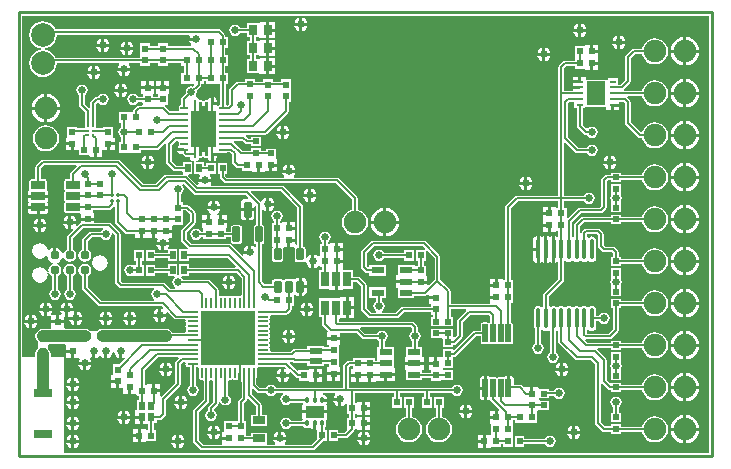
<source format=gtl>
G04*
G04 #@! TF.GenerationSoftware,Altium Limited,Altium Designer,20.1.14 (287)*
G04*
G04 Layer_Physical_Order=1*
G04 Layer_Color=255*
%FSLAX25Y25*%
%MOIN*%
G70*
G04*
G04 #@! TF.SameCoordinates,32D4A6E9-0C54-4149-BE24-DE0316A2B815*
G04*
G04*
G04 #@! TF.FilePolarity,Positive*
G04*
G01*
G75*
%ADD14C,0.01000*%
%ADD15C,0.00600*%
%ADD25R,0.02362X0.02362*%
%ADD26R,0.02362X0.02362*%
%ADD27R,0.01968X0.02756*%
G04:AMPARAMS|DCode=28|XSize=9.45mil|YSize=23.62mil|CornerRadius=1.98mil|HoleSize=0mil|Usage=FLASHONLY|Rotation=180.000|XOffset=0mil|YOffset=0mil|HoleType=Round|Shape=RoundedRectangle|*
%AMROUNDEDRECTD28*
21,1,0.00945,0.01965,0,0,180.0*
21,1,0.00548,0.02362,0,0,180.0*
1,1,0.00397,-0.00274,0.00983*
1,1,0.00397,0.00274,0.00983*
1,1,0.00397,0.00274,-0.00983*
1,1,0.00397,-0.00274,-0.00983*
%
%ADD28ROUNDEDRECTD28*%
G04:AMPARAMS|DCode=29|XSize=9.45mil|YSize=23.62mil|CornerRadius=1.98mil|HoleSize=0mil|Usage=FLASHONLY|Rotation=270.000|XOffset=0mil|YOffset=0mil|HoleType=Round|Shape=RoundedRectangle|*
%AMROUNDEDRECTD29*
21,1,0.00945,0.01965,0,0,270.0*
21,1,0.00548,0.02362,0,0,270.0*
1,1,0.00397,-0.00983,-0.00274*
1,1,0.00397,-0.00983,0.00274*
1,1,0.00397,0.00983,0.00274*
1,1,0.00397,0.00983,-0.00274*
%
%ADD29ROUNDEDRECTD29*%
%ADD30R,0.01968X0.02362*%
%ADD31R,0.02362X0.01968*%
%ADD32R,0.02953X0.03347*%
G04:AMPARAMS|DCode=33|XSize=17.72mil|YSize=61.02mil|CornerRadius=1.95mil|HoleSize=0mil|Usage=FLASHONLY|Rotation=180.000|XOffset=0mil|YOffset=0mil|HoleType=Round|Shape=RoundedRectangle|*
%AMROUNDEDRECTD33*
21,1,0.01772,0.05713,0,0,180.0*
21,1,0.01382,0.06102,0,0,180.0*
1,1,0.00390,-0.00691,0.02856*
1,1,0.00390,0.00691,0.02856*
1,1,0.00390,0.00691,-0.02856*
1,1,0.00390,-0.00691,-0.02856*
%
%ADD33ROUNDEDRECTD33*%
%ADD34R,0.04331X0.02362*%
%ADD35R,0.02756X0.05118*%
%ADD36O,0.01378X0.07284*%
G04:AMPARAMS|DCode=37|XSize=23.62mil|YSize=39.37mil|CornerRadius=2.01mil|HoleSize=0mil|Usage=FLASHONLY|Rotation=180.000|XOffset=0mil|YOffset=0mil|HoleType=Round|Shape=RoundedRectangle|*
%AMROUNDEDRECTD37*
21,1,0.02362,0.03535,0,0,180.0*
21,1,0.01961,0.03937,0,0,180.0*
1,1,0.00402,-0.00980,0.01768*
1,1,0.00402,0.00980,0.01768*
1,1,0.00402,0.00980,-0.01768*
1,1,0.00402,-0.00980,-0.01768*
%
%ADD37ROUNDEDRECTD37*%
%ADD38C,0.00906*%
G04:AMPARAMS|DCode=39|XSize=51.18mil|YSize=23.62mil|CornerRadius=2.01mil|HoleSize=0mil|Usage=FLASHONLY|Rotation=90.000|XOffset=0mil|YOffset=0mil|HoleType=Round|Shape=RoundedRectangle|*
%AMROUNDEDRECTD39*
21,1,0.05118,0.01961,0,0,90.0*
21,1,0.04717,0.02362,0,0,90.0*
1,1,0.00402,0.00980,0.02358*
1,1,0.00402,0.00980,-0.02358*
1,1,0.00402,-0.00980,-0.02358*
1,1,0.00402,-0.00980,0.02358*
%
%ADD39ROUNDEDRECTD39*%
G04:AMPARAMS|DCode=40|XSize=25.59mil|YSize=47.24mil|CornerRadius=1.92mil|HoleSize=0mil|Usage=FLASHONLY|Rotation=90.000|XOffset=0mil|YOffset=0mil|HoleType=Round|Shape=RoundedRectangle|*
%AMROUNDEDRECTD40*
21,1,0.02559,0.04341,0,0,90.0*
21,1,0.02175,0.04724,0,0,90.0*
1,1,0.00384,0.02170,0.01088*
1,1,0.00384,0.02170,-0.01088*
1,1,0.00384,-0.02170,-0.01088*
1,1,0.00384,-0.02170,0.01088*
%
%ADD40ROUNDEDRECTD40*%
G04:AMPARAMS|DCode=41|XSize=17.72mil|YSize=11.81mil|CornerRadius=1.95mil|HoleSize=0mil|Usage=FLASHONLY|Rotation=90.000|XOffset=0mil|YOffset=0mil|HoleType=Round|Shape=RoundedRectangle|*
%AMROUNDEDRECTD41*
21,1,0.01772,0.00791,0,0,90.0*
21,1,0.01382,0.01181,0,0,90.0*
1,1,0.00390,0.00396,0.00691*
1,1,0.00390,0.00396,-0.00691*
1,1,0.00390,-0.00396,-0.00691*
1,1,0.00390,-0.00396,0.00691*
%
%ADD41ROUNDEDRECTD41*%
%ADD43C,0.03098*%
%ADD44O,0.03740X0.00787*%
%ADD45O,0.00787X0.03740*%
%ADD46R,0.18110X0.18110*%
%ADD47R,0.05906X0.02913*%
%ADD48R,0.04000X0.02500*%
%ADD49R,0.02362X0.02756*%
G04:AMPARAMS|DCode=55|XSize=11.81mil|YSize=11.81mil|CornerRadius=1.95mil|HoleSize=0mil|Usage=FLASHONLY|Rotation=270.000|XOffset=0mil|YOffset=0mil|HoleType=Round|Shape=RoundedRectangle|*
%AMROUNDEDRECTD55*
21,1,0.01181,0.00791,0,0,270.0*
21,1,0.00791,0.01181,0,0,270.0*
1,1,0.00390,-0.00396,-0.00396*
1,1,0.00390,-0.00396,0.00396*
1,1,0.00390,0.00396,0.00396*
1,1,0.00390,0.00396,-0.00396*
%
%ADD55ROUNDEDRECTD55*%
G04:AMPARAMS|DCode=68|XSize=39.37mil|YSize=62.99mil|CornerRadius=1.97mil|HoleSize=0mil|Usage=FLASHONLY|Rotation=90.000|XOffset=0mil|YOffset=0mil|HoleType=Round|Shape=RoundedRectangle|*
%AMROUNDEDRECTD68*
21,1,0.03937,0.05906,0,0,90.0*
21,1,0.03543,0.06299,0,0,90.0*
1,1,0.00394,0.02953,0.01772*
1,1,0.00394,0.02953,-0.01772*
1,1,0.00394,-0.02953,-0.01772*
1,1,0.00394,-0.02953,0.01772*
%
%ADD68ROUNDEDRECTD68*%
%ADD79R,0.06299X0.07874*%
%ADD80R,0.02362X0.00984*%
%ADD81C,0.01339*%
%ADD82R,0.04488X0.02264*%
%ADD83C,0.03900*%
%ADD84C,0.07874*%
%ADD85C,0.07500*%
%ADD86C,0.02500*%
G36*
X57022Y140090D02*
X56881Y139878D01*
X56805Y139500D01*
X59000D01*
Y138500D01*
X56805D01*
X56881Y138122D01*
X57378Y137378D01*
X57413Y137355D01*
X57261Y136855D01*
X49781D01*
Y137718D01*
X46219D01*
Y136855D01*
X43781D01*
Y137718D01*
X40219D01*
Y134281D01*
X40219Y134156D01*
Y133781D01*
X40219Y133656D01*
Y132918D01*
X12116D01*
X11963Y133288D01*
X11236Y134236D01*
X10288Y134963D01*
X9184Y135420D01*
X8789Y135472D01*
Y135977D01*
X9184Y136029D01*
X10288Y136486D01*
X11236Y137213D01*
X11963Y138161D01*
X12420Y139264D01*
X12576Y140449D01*
X12648Y140531D01*
X56787D01*
X57022Y140090D01*
D02*
G37*
G36*
X62219Y124219D02*
X65656D01*
X65781Y124219D01*
X66156D01*
X66281Y124219D01*
X67082D01*
Y117088D01*
X67017D01*
X66706Y117026D01*
X66453Y116858D01*
X66381Y116871D01*
X65953Y117018D01*
Y117075D01*
X64457D01*
Y117575D01*
X63957D01*
Y119735D01*
X63715Y119687D01*
X63319Y119422D01*
X63054Y119026D01*
X62973Y118619D01*
X62134D01*
X61845Y118499D01*
X61504Y118452D01*
X61163Y118499D01*
X60874Y118619D01*
X60035D01*
X59954Y119026D01*
X59689Y119422D01*
X59293Y119687D01*
X59078Y119730D01*
X59034Y119785D01*
X58878Y120262D01*
X59183Y120719D01*
X59327Y121441D01*
X59229Y121932D01*
X60523Y123225D01*
X60722Y123523D01*
X60792Y123874D01*
Y124219D01*
X61655D01*
Y125082D01*
X62219D01*
Y124219D01*
D02*
G37*
G36*
X63039Y115114D02*
X65539D01*
Y103107D01*
X63039D01*
X63039Y100253D01*
X62134D01*
X62134Y101532D01*
X60874D01*
X60874Y100253D01*
X59969D01*
X59969Y103107D01*
X57468D01*
Y115114D01*
X59969D01*
X59969Y117969D01*
X60874D01*
X60874Y116689D01*
X62134D01*
X62134Y117969D01*
X63039D01*
X63039Y115114D01*
D02*
G37*
G36*
X229878Y1122D02*
X15000D01*
X15000Y33000D01*
X10600D01*
Y34000D01*
X10402Y34995D01*
X9838Y35838D01*
X9781Y35877D01*
Y36687D01*
X9781Y36813D01*
Y37187D01*
X9994Y37400D01*
X15396D01*
X15819Y37213D01*
Y35531D01*
X18000D01*
Y35032D01*
X18500D01*
Y32850D01*
X19929D01*
X20202Y32359D01*
X19881Y31878D01*
X19805Y31500D01*
X24195D01*
X24119Y31878D01*
X23622Y32622D01*
X23911Y33022D01*
X24122Y32880D01*
X24500Y32805D01*
Y35000D01*
X25500D01*
Y32805D01*
X25878Y32880D01*
X26622Y33378D01*
X26750Y33569D01*
X27250D01*
X27378Y33378D01*
X28122Y32880D01*
X28500Y32805D01*
Y35000D01*
X29500D01*
Y32805D01*
X29878Y32880D01*
X30622Y33378D01*
X31119Y34122D01*
X31245Y34754D01*
X31755D01*
X31881Y34122D01*
X32378Y33378D01*
X33122Y32880D01*
X33500Y32805D01*
Y35000D01*
X34500D01*
Y32805D01*
X34878Y32880D01*
X35061Y33003D01*
X35380Y32615D01*
X33483Y30718D01*
X31219D01*
Y27181D01*
X30819D01*
Y25500D01*
X33000D01*
Y25000D01*
X33500D01*
Y22819D01*
X34819D01*
Y20850D01*
X36500D01*
Y23031D01*
X37500D01*
Y20850D01*
X39181D01*
X39219Y20366D01*
Y20156D01*
X40082D01*
Y18915D01*
X39219D01*
Y15378D01*
X38819D01*
Y13500D01*
X41000D01*
Y13000D01*
X41500D01*
Y10622D01*
X43082D01*
Y8718D01*
X42244D01*
Y9118D01*
X40563D01*
Y6937D01*
Y4756D01*
X42244D01*
Y5156D01*
X45781D01*
Y8718D01*
X44918D01*
Y11022D01*
X45931D01*
Y12082D01*
X47000D01*
X47351Y12152D01*
X47649Y12351D01*
X48712Y13414D01*
X48911Y13712D01*
X48981Y14063D01*
Y18683D01*
X53649Y23351D01*
X53848Y23649D01*
X53918Y24000D01*
Y30620D01*
X54752Y31454D01*
X55269Y31421D01*
X55542Y31008D01*
X55510Y30850D01*
X55588Y30463D01*
X55807Y30134D01*
X56136Y29914D01*
X56524Y29837D01*
X57082D01*
Y23612D01*
X56666Y23334D01*
X56257Y22722D01*
X56114Y22000D01*
X56257Y21278D01*
X56666Y20666D01*
X57278Y20257D01*
X58000Y20114D01*
X58722Y20257D01*
X59334Y20666D01*
X59743Y21278D01*
X59886Y22000D01*
X59743Y22722D01*
X59334Y23334D01*
X58918Y23612D01*
Y29837D01*
X59476D01*
X59559Y29769D01*
Y29457D01*
X59872D01*
X59940Y29374D01*
Y26421D01*
X60017Y26033D01*
X60236Y25705D01*
X60565Y25485D01*
X60953Y25408D01*
X61110Y25439D01*
X61610Y25110D01*
Y18908D01*
X58351Y15649D01*
X58152Y15351D01*
X58082Y15000D01*
Y5000D01*
X58152Y4649D01*
X58351Y4351D01*
X60351Y2351D01*
X60649Y2152D01*
X61000Y2082D01*
X98000D01*
X98351Y2152D01*
X98649Y2351D01*
X101517Y5219D01*
X102584D01*
Y8781D01*
X102036D01*
Y9702D01*
X102087Y9736D01*
X102262Y9999D01*
X102324Y10309D01*
Y11691D01*
X102262Y12001D01*
X102292Y12149D01*
X102375Y12204D01*
X102639Y12600D01*
X102732Y13067D01*
Y14339D01*
X98559D01*
X94386D01*
Y13067D01*
X94479Y12600D01*
X94601Y12418D01*
X94341Y11918D01*
X90612D01*
X90334Y12334D01*
X89722Y12743D01*
X89000Y12886D01*
X88278Y12743D01*
X87666Y12334D01*
X87257Y11722D01*
X87114Y11000D01*
X87257Y10278D01*
X87666Y9666D01*
X88278Y9257D01*
X89000Y9114D01*
X89722Y9257D01*
X90334Y9666D01*
X90612Y10082D01*
X94839D01*
X94856Y9999D01*
X95031Y9736D01*
X95294Y9560D01*
X95604Y9499D01*
X96396D01*
X96706Y9560D01*
X97302Y9448D01*
X97697Y9183D01*
X98059Y9111D01*
Y11000D01*
X99059D01*
Y9102D01*
X99416Y8673D01*
Y5714D01*
X97620Y3918D01*
X88765D01*
X88649Y4418D01*
X89119Y5122D01*
X89195Y5500D01*
X84805D01*
X84881Y5122D01*
X85351Y4418D01*
X85235Y3918D01*
X83004D01*
X82600Y4150D01*
X82600Y4418D01*
Y7850D01*
X77400D01*
Y6918D01*
X75781D01*
Y7719D01*
X75781Y7844D01*
Y8219D01*
X75781Y8344D01*
Y11781D01*
X74918D01*
Y17620D01*
X75775Y18477D01*
X75974Y18775D01*
X76015Y18981D01*
X76379Y19148D01*
X76544Y19159D01*
X79082Y16620D01*
Y13850D01*
X77400D01*
Y10150D01*
X82600D01*
Y13850D01*
X80918D01*
Y17000D01*
X80848Y17351D01*
X80649Y17649D01*
X77618Y20679D01*
Y22377D01*
X78118Y22584D01*
X79351Y21351D01*
X79649Y21152D01*
X80000Y21082D01*
X82388D01*
X82666Y20666D01*
X83278Y20257D01*
X84000Y20114D01*
X84722Y20257D01*
X85334Y20666D01*
X85612Y21082D01*
X87887D01*
X88038Y20582D01*
X87666Y20334D01*
X87257Y19722D01*
X87114Y19000D01*
X87257Y18278D01*
X87666Y17666D01*
X88278Y17257D01*
X89000Y17114D01*
X89722Y17257D01*
X90334Y17666D01*
X90504Y17921D01*
X94514D01*
X94649Y17658D01*
X94709Y17421D01*
X94479Y17077D01*
X94386Y16610D01*
Y15339D01*
X98559D01*
X102732D01*
Y16610D01*
X102639Y17077D01*
X102491Y17299D01*
X102639Y17520D01*
X102732Y17986D01*
Y18177D01*
X101118D01*
Y19177D01*
X102732D01*
Y19368D01*
X102639Y19834D01*
X102375Y20230D01*
X101980Y20494D01*
X101514Y20586D01*
X101523Y21082D01*
X105235D01*
X105351Y20582D01*
X104880Y19878D01*
X104805Y19500D01*
X107000D01*
Y19000D01*
X107500D01*
Y16805D01*
X107878Y16881D01*
X108622Y17378D01*
X108719Y17523D01*
X109219Y17371D01*
Y14219D01*
X110082D01*
Y12781D01*
X109219D01*
Y9219D01*
X109268D01*
X109459Y8757D01*
X108620Y7918D01*
X106521D01*
Y8781D01*
X103353D01*
Y5219D01*
X106521D01*
Y6082D01*
X109000D01*
X109351Y6152D01*
X109649Y6351D01*
X111649Y8351D01*
X111848Y8649D01*
X111918Y9000D01*
Y9219D01*
X112756D01*
Y8819D01*
X114437D01*
Y11000D01*
Y13181D01*
X112756D01*
Y12781D01*
X111918D01*
Y14219D01*
X112756D01*
Y13819D01*
X114437D01*
Y16000D01*
Y18181D01*
X112756D01*
Y17781D01*
X111918D01*
Y21082D01*
X125114D01*
Y19781D01*
X124447D01*
Y16219D01*
X127616D01*
Y19781D01*
X126949D01*
Y21082D01*
X135145D01*
Y19781D01*
X134479D01*
Y16219D01*
X137647D01*
Y19781D01*
X136981D01*
Y21082D01*
X144388D01*
X144666Y20666D01*
X145278Y20257D01*
X146000Y20114D01*
X146722Y20257D01*
X147334Y20666D01*
X147743Y21278D01*
X147886Y22000D01*
X147743Y22722D01*
X147334Y23334D01*
X146722Y23743D01*
X146000Y23886D01*
X145278Y23743D01*
X144666Y23334D01*
X144388Y22918D01*
X109918D01*
Y29620D01*
X110380Y30082D01*
X111219D01*
Y29244D01*
X110819D01*
Y27563D01*
X113000D01*
Y27063D01*
X113500D01*
Y24882D01*
X116500D01*
Y27063D01*
X117500D01*
Y24882D01*
X119181D01*
Y25079D01*
X121776D01*
Y27260D01*
X122276D01*
Y27760D01*
X125441D01*
Y29441D01*
X125041D01*
Y32781D01*
X125041D01*
Y32959D01*
X125041D01*
Y36521D01*
X121918D01*
Y38388D01*
X122334Y38666D01*
X122743Y39278D01*
X122886Y40000D01*
X122743Y40722D01*
X122334Y41334D01*
X121722Y41743D01*
X121000Y41886D01*
X120278Y41743D01*
X119666Y41334D01*
X119388Y40918D01*
X115380D01*
X113715Y42582D01*
X113766Y42851D01*
X113900Y43082D01*
X130620D01*
X131082Y42620D01*
Y41612D01*
X130666Y41334D01*
X130257Y40722D01*
X130114Y40000D01*
X130257Y39278D01*
X130666Y38666D01*
X131082Y38388D01*
Y36521D01*
X128959D01*
Y33181D01*
X128559D01*
Y31500D01*
X131724D01*
X134890D01*
Y33181D01*
X134490D01*
Y36521D01*
X132918D01*
Y38388D01*
X133334Y38666D01*
X133743Y39278D01*
X133886Y40000D01*
X133743Y40722D01*
X133334Y41334D01*
X132918Y41612D01*
Y43000D01*
X132848Y43351D01*
X132649Y43649D01*
X131649Y44649D01*
X131351Y44848D01*
X131000Y44918D01*
X106658D01*
Y45858D01*
X107102Y45992D01*
Y45992D01*
X108980D01*
Y49551D01*
Y53110D01*
X107102D01*
Y52710D01*
X100022D01*
Y46392D01*
X101082D01*
Y44000D01*
X101152Y43649D01*
X101351Y43351D01*
X102930Y41772D01*
X102819Y41504D01*
X102819D01*
Y39823D01*
X105000D01*
X107181D01*
Y41082D01*
X112620D01*
X114351Y39351D01*
X114649Y39152D01*
X115000Y39082D01*
X119388D01*
X119666Y38666D01*
X120082Y38388D01*
Y36521D01*
X119510D01*
Y32959D01*
X119510D01*
Y32781D01*
X119510D01*
Y31918D01*
X118781D01*
Y32781D01*
X115219D01*
Y32781D01*
X114781D01*
Y32781D01*
X111219D01*
Y31918D01*
X110000D01*
X109649Y31848D01*
X109351Y31649D01*
X108351Y30649D01*
X108152Y30351D01*
X108082Y30000D01*
Y22918D01*
X85612D01*
X85334Y23334D01*
X84722Y23743D01*
X84000Y23886D01*
X83278Y23743D01*
X82666Y23334D01*
X82388Y22918D01*
X80380D01*
X79193Y24104D01*
Y26006D01*
X79212Y26033D01*
X79289Y26421D01*
Y29374D01*
X79357Y29457D01*
X79669D01*
Y29769D01*
X79752Y29837D01*
X82705D01*
X83092Y29914D01*
X83120Y29933D01*
X88770D01*
X89190Y29512D01*
X88878Y29120D01*
X88500Y29195D01*
Y27500D01*
X90195D01*
X90119Y27878D01*
X90512Y28190D01*
X92351Y26351D01*
X92649Y26152D01*
X93000Y26082D01*
X93219D01*
Y25219D01*
X96756D01*
Y24819D01*
X98437D01*
Y27000D01*
Y29181D01*
X96756D01*
Y28781D01*
X93219D01*
Y28732D01*
X92757Y28541D01*
X90290Y31008D01*
X90497Y31508D01*
X91195D01*
X91351Y31351D01*
X91649Y31152D01*
X92000Y31082D01*
X96156D01*
Y30040D01*
X101844D01*
Y30854D01*
X103219D01*
Y29630D01*
X102819D01*
Y27949D01*
X105000D01*
X107181D01*
Y29630D01*
X106781D01*
Y33167D01*
X106781D01*
Y33605D01*
X106781D01*
Y37142D01*
X107181D01*
Y38823D01*
X105000D01*
X102819D01*
Y37142D01*
X103219D01*
Y36303D01*
X101844D01*
Y36732D01*
X96156D01*
Y35918D01*
X92000D01*
X91649Y35848D01*
X91351Y35649D01*
X90620Y34918D01*
X84016D01*
X83687Y35418D01*
X83718Y35575D01*
X83641Y35963D01*
X83421Y36291D01*
Y36433D01*
X83641Y36762D01*
X83718Y37150D01*
X83641Y37537D01*
X83421Y37866D01*
Y38008D01*
X83641Y38337D01*
X83718Y38724D01*
X83641Y39112D01*
X83421Y39441D01*
Y39583D01*
X83641Y39911D01*
X83718Y40299D01*
X83641Y40687D01*
X83421Y41016D01*
Y41158D01*
X83641Y41486D01*
X83718Y41874D01*
X83641Y42262D01*
X83421Y42590D01*
Y42732D01*
X83641Y43061D01*
X83718Y43449D01*
X83641Y43837D01*
X83421Y44165D01*
Y44307D01*
X83641Y44636D01*
X83718Y45024D01*
X83641Y45411D01*
X83421Y45740D01*
Y45882D01*
X83641Y46211D01*
X83718Y46598D01*
X83687Y46756D01*
X84016Y47256D01*
X89173D01*
X89524Y47326D01*
X89822Y47524D01*
X90617Y48320D01*
X90816Y48617D01*
X90886Y48968D01*
Y50219D01*
X91553D01*
Y53626D01*
X91568Y53641D01*
X92015Y53873D01*
X92291Y53688D01*
X92760Y53595D01*
X93240D01*
Y56587D01*
X93740D01*
D01*
X93240D01*
Y59579D01*
X92760D01*
X92291Y59485D01*
X91894Y59220D01*
X91293Y59109D01*
X90980Y59171D01*
X89020D01*
X88707Y59109D01*
X88442Y58932D01*
X88420Y58898D01*
X87840D01*
X87818Y58932D01*
X87553Y59109D01*
X87240Y59171D01*
X85280D01*
X84967Y59109D01*
X84702Y58932D01*
X84525Y58667D01*
X84463Y58354D01*
Y57504D01*
X81793D01*
X80918Y58380D01*
Y70825D01*
X80980D01*
X81293Y70887D01*
X81558Y71064D01*
X81735Y71329D01*
X81797Y71642D01*
Y76358D01*
X81735Y76671D01*
X81558Y76936D01*
X81293Y77113D01*
X80980Y77175D01*
X80918D01*
Y82235D01*
X81418Y82351D01*
X82122Y81881D01*
X82500Y81805D01*
Y84000D01*
Y86195D01*
X82122Y86119D01*
X81378Y85622D01*
X80979Y85026D01*
X80502Y84909D01*
X80379Y84919D01*
X77329Y87969D01*
X77520Y88431D01*
X87271D01*
X92822Y82880D01*
Y70430D01*
X92617Y70314D01*
X92118Y70606D01*
Y71500D01*
X90437D01*
Y69819D01*
X91622D01*
X91716Y69739D01*
X91971Y69319D01*
X91943Y69181D01*
Y65646D01*
X92005Y65333D01*
X92182Y65068D01*
X92447Y64891D01*
X92760Y64829D01*
X94721D01*
X95033Y64891D01*
X95230Y65023D01*
X95271Y65021D01*
X95530Y64943D01*
X95740Y64830D01*
X95881Y64122D01*
X96378Y63378D01*
X97122Y62881D01*
X97500Y62805D01*
Y65000D01*
Y67195D01*
X97122Y67119D01*
X96378Y66622D01*
X96037Y66112D01*
X95537Y66264D01*
Y69181D01*
X95475Y69494D01*
X95298Y69758D01*
X95033Y69935D01*
X94721Y69998D01*
X94658D01*
Y83260D01*
X94588Y83611D01*
X94389Y83909D01*
X88300Y89997D01*
X88003Y90196D01*
X87651Y90266D01*
X64149D01*
X63882Y90766D01*
X64119Y91122D01*
X64195Y91500D01*
X59805D01*
X59880Y91127D01*
X59881Y91122D01*
X59638Y90585D01*
X59439Y90556D01*
X56473Y93522D01*
X56652Y94022D01*
X56652Y94022D01*
X57844D01*
Y97978D01*
X54676D01*
Y96918D01*
X52380D01*
X50918Y98380D01*
Y103620D01*
X52517Y105220D01*
X53016Y105187D01*
X53264Y104789D01*
X53266Y104740D01*
X53211Y104463D01*
Y103915D01*
X53273Y103604D01*
X53351Y103486D01*
X53161Y103359D01*
X52896Y102962D01*
X52848Y102721D01*
X55008D01*
Y101721D01*
X52848D01*
X52896Y101479D01*
X53161Y101083D01*
X53557Y100818D01*
X54025Y100725D01*
X54660D01*
X54859Y100427D01*
X55210Y100076D01*
X55508Y99877D01*
X55859Y99807D01*
X57055D01*
Y99664D01*
X57148Y99196D01*
X57413Y98800D01*
X57810Y98535D01*
X58277Y98442D01*
X58328D01*
X58416Y97978D01*
X58416Y97942D01*
Y94022D01*
X60145D01*
X60311Y93522D01*
X59881Y92878D01*
X59805Y92500D01*
X64195D01*
X64119Y92878D01*
X63622Y93622D01*
X63477Y93719D01*
X63629Y94219D01*
X65584D01*
Y97781D01*
X62416D01*
Y96918D01*
X61584D01*
Y97978D01*
X59057D01*
X59007Y98478D01*
X59293Y98535D01*
X59689Y98800D01*
X59954Y99196D01*
X60035Y99603D01*
X60874D01*
X61163Y99723D01*
X61504Y99770D01*
X61845Y99723D01*
X62134Y99603D01*
X62973D01*
X63054Y99196D01*
X63319Y98800D01*
X63715Y98535D01*
X63957Y98487D01*
Y100646D01*
X64457D01*
Y101146D01*
X65953D01*
Y101203D01*
X66381Y101350D01*
X66453Y101364D01*
X66706Y101195D01*
X67017Y101133D01*
X68982D01*
X69294Y101195D01*
X69456Y101303D01*
X70399D01*
X71082Y100620D01*
Y98000D01*
X71152Y97649D01*
X71351Y97351D01*
X72351Y96351D01*
X72649Y96152D01*
X73000Y96082D01*
X74416D01*
Y95219D01*
X77453D01*
X77584Y95219D01*
X77953Y94901D01*
Y94819D01*
X79437D01*
Y97000D01*
X80437D01*
Y94819D01*
X81921D01*
Y95079D01*
X83500D01*
Y97063D01*
X84000D01*
Y97563D01*
X86181D01*
Y99047D01*
X86099D01*
X85781Y99416D01*
X85781Y99547D01*
Y102584D01*
X82219D01*
Y101918D01*
X80781D01*
Y102616D01*
X77219D01*
Y101918D01*
X74380D01*
X71558Y104740D01*
X71663Y105123D01*
X71747Y105240D01*
X74462D01*
X75383Y104320D01*
X75680Y104121D01*
X76032Y104051D01*
X77219D01*
Y103384D01*
X80781D01*
Y106553D01*
X77219D01*
Y105886D01*
X76412D01*
X75589Y106708D01*
X75697Y107094D01*
X75778Y107208D01*
X82126D01*
X82477Y107278D01*
X82775Y107477D01*
X89649Y114351D01*
X89848Y114649D01*
X89918Y115000D01*
Y118219D01*
X90781D01*
Y121781D01*
X90781D01*
Y122156D01*
X90781D01*
Y125718D01*
X87219D01*
Y124918D01*
X84781D01*
Y125718D01*
X81219D01*
Y124918D01*
X78781D01*
Y125781D01*
X75219D01*
Y124918D01*
X73000D01*
X72649Y124848D01*
X72351Y124649D01*
X70351Y122649D01*
X70152Y122351D01*
X70082Y122000D01*
Y117380D01*
X69620Y116918D01*
X69457D01*
X69294Y117026D01*
X68982Y117088D01*
X68917D01*
Y124219D01*
X69718D01*
Y127781D01*
X68855D01*
Y130219D01*
X69687D01*
Y133781D01*
X68855D01*
Y136219D01*
X69655D01*
Y139781D01*
X68792D01*
Y140126D01*
X68722Y140477D01*
X68523Y140775D01*
X67200Y142098D01*
X66902Y142297D01*
X66551Y142367D01*
X12116D01*
X11963Y142737D01*
X11236Y143685D01*
X10288Y144412D01*
X9184Y144869D01*
X8000Y145025D01*
X6816Y144869D01*
X5712Y144412D01*
X4764Y143685D01*
X4037Y142737D01*
X3580Y141633D01*
X3424Y140449D01*
X3580Y139264D01*
X4037Y138161D01*
X4764Y137213D01*
X5712Y136486D01*
X6816Y136029D01*
X7211Y135977D01*
Y135472D01*
X6816Y135420D01*
X5712Y134963D01*
X4764Y134236D01*
X4037Y133288D01*
X3580Y132184D01*
X3424Y131000D01*
X3580Y129816D01*
X4037Y128712D01*
X4764Y127764D01*
X5712Y127037D01*
X6816Y126580D01*
X8000Y126424D01*
X9184Y126580D01*
X10288Y127037D01*
X11236Y127764D01*
X11963Y128712D01*
X12420Y129816D01*
X12576Y131000D01*
X12648Y131082D01*
X33235D01*
X33351Y130582D01*
X32880Y129878D01*
X32805Y129500D01*
X37195D01*
X37119Y129878D01*
X36649Y130582D01*
X36765Y131082D01*
X40219D01*
Y130219D01*
X43781D01*
Y131082D01*
X46219D01*
Y130219D01*
X49781D01*
Y131082D01*
X54156D01*
Y130219D01*
X55019D01*
Y127781D01*
X54156D01*
Y124219D01*
X57593D01*
X57718Y124219D01*
X58093D01*
X58268Y124219D01*
X58459Y123757D01*
X57932Y123229D01*
X57441Y123327D01*
X56719Y123183D01*
X56107Y122775D01*
X55698Y122163D01*
X55554Y121441D01*
X55652Y120950D01*
X54359Y119656D01*
X54160Y119359D01*
X54090Y119008D01*
Y117088D01*
X54025D01*
X53713Y117026D01*
X53449Y116850D01*
X53273Y116586D01*
X53211Y116274D01*
Y115726D01*
X53266Y115449D01*
X53264Y115401D01*
X52983Y114949D01*
X50349D01*
X48649Y116649D01*
X48544Y116719D01*
X48696Y117219D01*
X49781D01*
Y120756D01*
X50181D01*
Y122437D01*
X48000D01*
X45819D01*
Y120756D01*
X46219D01*
Y119918D01*
X44781D01*
Y120756D01*
X45181D01*
Y122437D01*
X43000D01*
X40819D01*
Y120756D01*
X41219D01*
Y119918D01*
X39612D01*
X39334Y120334D01*
X38722Y120743D01*
X38000Y120886D01*
X37278Y120743D01*
X36666Y120334D01*
X36257Y119722D01*
X36114Y119000D01*
X36257Y118278D01*
X36666Y117666D01*
X37278Y117257D01*
X38000Y117114D01*
X38722Y117257D01*
X39334Y117666D01*
X39612Y118082D01*
X40865D01*
X41219Y117729D01*
X41219Y117219D01*
X40844Y116918D01*
X40000D01*
X39649Y116848D01*
X39351Y116649D01*
X38320Y115617D01*
X38121Y115320D01*
X38051Y114969D01*
Y114781D01*
X37313D01*
X37187Y114781D01*
X36813D01*
X36687Y114781D01*
X33250D01*
Y111219D01*
X34082D01*
Y109601D01*
X33682Y109334D01*
X33273Y108722D01*
X33130Y108000D01*
X33273Y107278D01*
X33682Y106666D01*
X34082Y106399D01*
Y104781D01*
X33219D01*
Y101219D01*
X36656D01*
X36781Y101219D01*
X37156D01*
X37281Y101219D01*
X40718D01*
Y102082D01*
X46000D01*
X46351Y102152D01*
X46649Y102351D01*
X48641Y104343D01*
X49102Y104097D01*
X49082Y104000D01*
Y98000D01*
X49152Y97649D01*
X49351Y97351D01*
X51351Y95351D01*
X51649Y95152D01*
X52000Y95082D01*
X54322D01*
X54676Y94729D01*
X54676Y94022D01*
X54219Y93918D01*
X49000D01*
X48649Y93848D01*
X48351Y93649D01*
X45620Y90918D01*
X41380D01*
X33649Y98649D01*
X33351Y98848D01*
X33000Y98918D01*
X8000D01*
X7649Y98848D01*
X7351Y98649D01*
X5737Y97035D01*
X5538Y96737D01*
X5468Y96386D01*
Y92375D01*
X4216D01*
X3907Y92314D01*
X3645Y92139D01*
X3470Y91877D01*
X3408Y91568D01*
Y89393D01*
X3470Y89084D01*
X3618Y88862D01*
X3356Y88687D01*
X3093Y88293D01*
X3000Y87828D01*
Y87240D01*
X6386D01*
X9771D01*
Y87828D01*
X9679Y88293D01*
X9415Y88687D01*
X9154Y88862D01*
X9302Y89084D01*
X9364Y89393D01*
Y91568D01*
X9302Y91877D01*
X9127Y92139D01*
X8865Y92314D01*
X8556Y92375D01*
X7304D01*
Y96006D01*
X8380Y97082D01*
X19131D01*
X19323Y96620D01*
X17351Y94649D01*
X17152Y94351D01*
X17082Y94000D01*
Y92375D01*
X15830D01*
X15521Y92314D01*
X15259Y92139D01*
X15084Y91877D01*
X15022Y91568D01*
Y89393D01*
X15084Y89084D01*
X15259Y88822D01*
Y88399D01*
X15084Y88137D01*
X15022Y87828D01*
Y85653D01*
X15084Y85344D01*
X15259Y85082D01*
Y84658D01*
X15084Y84397D01*
X15022Y84088D01*
Y81912D01*
X15084Y81603D01*
X15259Y81341D01*
X15521Y81166D01*
X15830Y81105D01*
X20170D01*
X20358Y81142D01*
X20715Y80906D01*
X20819Y80792D01*
Y79563D01*
X23000D01*
X25181D01*
Y81047D01*
X25099D01*
X24781Y81416D01*
Y82082D01*
X30000D01*
X30351Y82152D01*
X30649Y82351D01*
X31582Y83285D01*
X31851Y83234D01*
X32082Y83100D01*
Y78000D01*
X32152Y77649D01*
X32351Y77351D01*
X35288Y74414D01*
X35586Y74215D01*
X35937Y74145D01*
X38819D01*
Y72882D01*
X40500D01*
Y75063D01*
X41500D01*
Y72882D01*
X44500D01*
Y75063D01*
X45500D01*
Y72882D01*
X45950D01*
X46217Y72382D01*
X45880Y71878D01*
X45805Y71500D01*
X50195D01*
X50120Y71878D01*
X49783Y72382D01*
X50050Y72882D01*
X51181D01*
Y74563D01*
X49000D01*
Y75563D01*
X51181D01*
Y76735D01*
X51219Y77219D01*
X51671Y77219D01*
X54781D01*
Y80781D01*
X54781D01*
Y81156D01*
X54781D01*
Y82019D01*
X55683D01*
X57082Y80620D01*
Y78380D01*
X54351Y75649D01*
X54152Y75351D01*
X54082Y75000D01*
Y72000D01*
X54152Y71649D01*
X54351Y71351D01*
X56224Y69478D01*
X56045Y68978D01*
X56045Y68978D01*
X53384D01*
Y65022D01*
X56553D01*
Y66082D01*
X69620D01*
X72323Y63380D01*
X72131Y62918D01*
X56584D01*
Y63978D01*
X53416D01*
Y60793D01*
X53053Y60425D01*
X52916Y60391D01*
X52844Y60443D01*
Y63978D01*
X49676D01*
Y62918D01*
X45521D01*
Y63781D01*
X42353D01*
Y60219D01*
X45521D01*
Y61082D01*
X49676D01*
Y60022D01*
X51796D01*
X51948Y59522D01*
X51666Y59334D01*
X51257Y58722D01*
X51114Y58000D01*
X51257Y57278D01*
X51666Y56666D01*
X52038Y56418D01*
X51887Y55918D01*
X50380D01*
X48649Y57649D01*
X48351Y57848D01*
X48000Y57918D01*
X34380D01*
X33918Y58380D01*
Y74000D01*
X33848Y74351D01*
X33649Y74649D01*
X30649Y77649D01*
X30351Y77848D01*
X30000Y77918D01*
X25181D01*
Y78563D01*
X23000D01*
X20819D01*
Y77882D01*
X20649Y77848D01*
X20351Y77649D01*
X19512Y76810D01*
X19119Y77122D01*
X19195Y77500D01*
X17500D01*
Y75805D01*
X17878Y75881D01*
X18190Y75488D01*
X16351Y73649D01*
X16152Y73351D01*
X16082Y73000D01*
Y68972D01*
X15450Y68550D01*
X14976Y67839D01*
X14959Y67755D01*
X14449D01*
X14401Y67995D01*
X13838Y68838D01*
X12995Y69401D01*
X12500Y69500D01*
Y67000D01*
X11500D01*
Y69500D01*
X11005Y69401D01*
X10162Y68838D01*
X10071Y68701D01*
X9540Y68806D01*
X9403Y69495D01*
X8839Y70339D01*
X7995Y70903D01*
X7000Y71101D01*
X6005Y70903D01*
X5161Y70339D01*
X4597Y69495D01*
X4399Y68500D01*
X4597Y67505D01*
X5161Y66661D01*
X6005Y66097D01*
X7000Y65899D01*
X7995Y66097D01*
X8839Y66661D01*
X8931Y66799D01*
X9462Y66693D01*
X9599Y66005D01*
X10162Y65162D01*
X11005Y64599D01*
X11245Y64551D01*
Y64041D01*
X11161Y64025D01*
X10451Y63550D01*
X9975Y62839D01*
X9809Y62000D01*
X9879Y61648D01*
X9888Y61600D01*
X9403Y61495D01*
X9374Y61538D01*
X8839Y62339D01*
X7995Y62903D01*
X7000Y63101D01*
X6005Y62903D01*
X5161Y62339D01*
X4597Y61495D01*
X4399Y60500D01*
X4597Y59505D01*
X5161Y58661D01*
X6005Y58097D01*
X7000Y57899D01*
X7995Y58097D01*
X8839Y58661D01*
X9403Y59505D01*
X9601Y60500D01*
X9500Y61008D01*
X9490Y61056D01*
X9975Y61161D01*
X10004Y61119D01*
X10451Y60451D01*
X11082Y60028D01*
Y55612D01*
X10666Y55334D01*
X10257Y54722D01*
X10114Y54000D01*
X10257Y53278D01*
X10666Y52666D01*
X11278Y52257D01*
X12000Y52114D01*
X12722Y52257D01*
X13334Y52666D01*
X13743Y53278D01*
X13886Y54000D01*
X13743Y54722D01*
X13334Y55334D01*
X12918Y55612D01*
Y60028D01*
X13550Y60451D01*
X14025Y61161D01*
X14191Y62000D01*
X14025Y62839D01*
X13550Y63550D01*
X12839Y64025D01*
X12755Y64041D01*
Y64551D01*
X12995Y64599D01*
X13838Y65162D01*
X14401Y66005D01*
X14449Y66245D01*
X14959D01*
X14976Y66161D01*
X15450Y65451D01*
X16161Y64976D01*
X17000Y64809D01*
X17839Y64976D01*
X18550Y65451D01*
X19025Y66161D01*
X19191Y67000D01*
X19025Y67839D01*
X18550Y68550D01*
X17918Y68972D01*
Y72620D01*
X21380Y76082D01*
X27887D01*
X28038Y75582D01*
X27666Y75334D01*
X27388Y74918D01*
X24000D01*
X23649Y74848D01*
X23351Y74649D01*
X21351Y72649D01*
X21152Y72351D01*
X21082Y72000D01*
Y68972D01*
X20450Y68550D01*
X19975Y67839D01*
X19809Y67000D01*
X19975Y66161D01*
X20450Y65451D01*
X21161Y64976D01*
X22000Y64809D01*
X22839Y64976D01*
X23550Y65451D01*
X24024Y66161D01*
X24191Y67000D01*
X24024Y67839D01*
X23550Y68550D01*
X22918Y68972D01*
Y71620D01*
X24380Y73082D01*
X27388D01*
X27666Y72666D01*
X28278Y72257D01*
X29000Y72114D01*
X29722Y72257D01*
X30334Y72666D01*
X30743Y73278D01*
X30886Y74000D01*
X30859Y74136D01*
X31320Y74382D01*
X32082Y73620D01*
Y58000D01*
X32152Y57649D01*
X32351Y57351D01*
X33351Y56351D01*
X33649Y56152D01*
X34000Y56082D01*
X44887D01*
X45038Y55582D01*
X44666Y55334D01*
X44257Y54722D01*
X44114Y54000D01*
X44257Y53278D01*
X44666Y52666D01*
X45038Y52418D01*
X44887Y51918D01*
X27380D01*
X22918Y56380D01*
Y60028D01*
X23550Y60451D01*
X24024Y61161D01*
X24191Y62000D01*
X24024Y62839D01*
X23550Y63550D01*
X22839Y64025D01*
X22000Y64191D01*
X21161Y64025D01*
X20450Y63550D01*
X19975Y62839D01*
X19809Y62000D01*
X19975Y61161D01*
X20450Y60451D01*
X21082Y60028D01*
Y56000D01*
X21152Y55649D01*
X21351Y55351D01*
X26351Y50351D01*
X26649Y50152D01*
X27000Y50082D01*
X47620D01*
X48190Y49512D01*
X47878Y49119D01*
X47500Y49195D01*
Y47500D01*
X49195D01*
X49119Y47878D01*
X49512Y48190D01*
X51753Y45950D01*
X52050Y45751D01*
X52402Y45681D01*
X55212D01*
X55542Y45181D01*
X55510Y45024D01*
X55588Y44636D01*
X55807Y44307D01*
Y44165D01*
X55588Y43837D01*
X55510Y43449D01*
X55588Y43061D01*
X55807Y42732D01*
Y42590D01*
X55588Y42262D01*
X55510Y41874D01*
X55542Y41717D01*
X55212Y41217D01*
X51254D01*
X50839Y41838D01*
X49995Y42402D01*
X49000Y42600D01*
X28000D01*
X27005Y42402D01*
X26162Y41838D01*
X26123Y41781D01*
X25281D01*
X25156Y41781D01*
X24781D01*
X24656Y41781D01*
X23877D01*
X23839Y41838D01*
X22995Y42402D01*
X22000Y42600D01*
X15617D01*
X15181Y42756D01*
Y44437D01*
X13000D01*
X10819D01*
Y42756D01*
X10384Y42600D01*
X8063D01*
X7068Y42402D01*
X6225Y41838D01*
X5661Y40995D01*
X5463Y40000D01*
X5661Y39005D01*
X6219Y38170D01*
Y37313D01*
X6219Y37187D01*
Y36813D01*
X6219Y36687D01*
Y35877D01*
X6162Y35838D01*
X5598Y34995D01*
X5400Y34000D01*
Y33000D01*
X1122D01*
Y146878D01*
X229878D01*
X229878Y1122D01*
D02*
G37*
G36*
X58351Y87351D02*
X58649Y87152D01*
X59000Y87082D01*
X75620D01*
X76390Y86312D01*
X76199Y85850D01*
X75279D01*
X74811Y85757D01*
X74414Y85492D01*
X74148Y85094D01*
X74055Y84626D01*
Y82768D01*
X76260D01*
X78465D01*
Y83116D01*
X78965Y83380D01*
X79082Y83299D01*
Y77175D01*
X79020D01*
X78707Y77113D01*
X78442Y76936D01*
X78265Y76671D01*
X78203Y76358D01*
Y71642D01*
X78265Y71329D01*
X78442Y71064D01*
X78707Y70887D01*
X79020Y70825D01*
X79082D01*
Y69765D01*
X78582Y69649D01*
X77878Y70119D01*
X77500Y70195D01*
Y68000D01*
X77000D01*
Y67500D01*
X74805D01*
X74881Y67122D01*
X74488Y66810D01*
X70649Y70649D01*
X70351Y70848D01*
X70000Y70918D01*
X57380D01*
X55918Y72380D01*
Y74620D01*
X58649Y77351D01*
X58848Y77649D01*
X58918Y78000D01*
Y81000D01*
X58848Y81351D01*
X58649Y81649D01*
X56712Y83586D01*
X56414Y83785D01*
X56063Y83855D01*
X54781D01*
Y84718D01*
X53918D01*
Y87388D01*
X54334Y87666D01*
X54743Y88278D01*
X54886Y89000D01*
X54743Y89722D01*
X54373Y90275D01*
X54452Y90557D01*
X54568Y90778D01*
X54883Y90819D01*
X58351Y87351D01*
D02*
G37*
G36*
X74208Y59494D02*
Y53914D01*
X73708Y53584D01*
X73551Y53615D01*
X73163Y53538D01*
X72835Y53319D01*
X72693D01*
X72364Y53538D01*
X71976Y53615D01*
X71589Y53538D01*
X71260Y53319D01*
X71118D01*
X70789Y53538D01*
X70402Y53615D01*
X70014Y53538D01*
X69685Y53319D01*
X69543D01*
X69214Y53538D01*
X68827Y53615D01*
X68439Y53538D01*
X68110Y53319D01*
X67968D01*
X67640Y53538D01*
X67252Y53615D01*
X67095Y53584D01*
X66595Y53914D01*
Y55323D01*
X66525Y55674D01*
X66326Y55972D01*
X63649Y58649D01*
X63351Y58848D01*
X63000Y58918D01*
X54612D01*
X54334Y59334D01*
X54052Y59522D01*
X54204Y60022D01*
X56584D01*
Y61082D01*
X72620D01*
X74208Y59494D01*
D02*
G37*
G36*
X74051Y24755D02*
X74208Y24629D01*
Y19506D01*
X73351Y18649D01*
X73152Y18351D01*
X73082Y18000D01*
Y11781D01*
X72219D01*
Y11781D01*
X71781D01*
Y11781D01*
X68219D01*
Y8244D01*
X67819D01*
Y6563D01*
X70000D01*
Y5563D01*
X67819D01*
Y3918D01*
X61380D01*
X59918Y5380D01*
Y14620D01*
X63176Y17879D01*
X63375Y18176D01*
X63445Y18528D01*
Y25110D01*
X63945Y25439D01*
X64102Y25408D01*
X64259Y25439D01*
X64759Y25110D01*
Y18057D01*
X63351Y16649D01*
X63152Y16351D01*
X63082Y16000D01*
Y15237D01*
X62666Y14959D01*
X62257Y14347D01*
X62114Y13625D01*
X62257Y12903D01*
X62666Y12291D01*
X63278Y11882D01*
X64000Y11739D01*
X64722Y11882D01*
X65334Y12291D01*
X65743Y12903D01*
X65886Y13625D01*
X65743Y14347D01*
X65334Y14959D01*
X65026Y15165D01*
X64991Y15693D01*
X66326Y17028D01*
X66525Y17326D01*
X66595Y17677D01*
Y18029D01*
X67052Y18122D01*
X67095Y18112D01*
X67493Y17516D01*
X68105Y17107D01*
X68827Y16964D01*
X69549Y17107D01*
X70161Y17516D01*
X70569Y18128D01*
X70713Y18850D01*
X70569Y19572D01*
X70161Y20184D01*
X69744Y20462D01*
Y25110D01*
X70244Y25439D01*
X70402Y25408D01*
X70789Y25485D01*
X71118Y25705D01*
X71260D01*
X71589Y25485D01*
X71976Y25408D01*
X72364Y25485D01*
X72521Y25454D01*
X72546Y25416D01*
X73007Y25108D01*
X73051Y25100D01*
Y27898D01*
X74051D01*
Y24755D01*
D02*
G37*
G36*
X53285Y32582D02*
X52351Y31649D01*
X52152Y31351D01*
X52082Y31000D01*
Y24380D01*
X47618Y19916D01*
X47118Y20123D01*
Y21437D01*
X44937D01*
Y21937D01*
X44437D01*
Y24118D01*
X42756D01*
Y23718D01*
X41918D01*
Y28620D01*
X46380Y33082D01*
X53078D01*
X53285Y32582D01*
D02*
G37*
%LPC*%
G36*
X28500Y139195D02*
Y137500D01*
X30195D01*
X30119Y137878D01*
X29622Y138622D01*
X28878Y139120D01*
X28500Y139195D01*
D02*
G37*
G36*
X27500D02*
X27122Y139120D01*
X26378Y138622D01*
X25881Y137878D01*
X25805Y137500D01*
X27500D01*
Y139195D01*
D02*
G37*
G36*
X36500Y138195D02*
Y136500D01*
X38195D01*
X38120Y136878D01*
X37622Y137622D01*
X36878Y138119D01*
X36500Y138195D01*
D02*
G37*
G36*
X35500D02*
X35122Y138119D01*
X34378Y137622D01*
X33880Y136878D01*
X33805Y136500D01*
X35500D01*
Y138195D01*
D02*
G37*
G36*
X30195Y136500D02*
X28500D01*
Y134805D01*
X28878Y134880D01*
X29622Y135378D01*
X30119Y136122D01*
X30195Y136500D01*
D02*
G37*
G36*
X27500D02*
X25805D01*
X25881Y136122D01*
X26378Y135378D01*
X27122Y134880D01*
X27500Y134805D01*
Y136500D01*
D02*
G37*
G36*
X38195Y135500D02*
X36500D01*
Y133805D01*
X36878Y133880D01*
X37622Y134378D01*
X38120Y135122D01*
X38195Y135500D01*
D02*
G37*
G36*
X35500D02*
X33805D01*
X33880Y135122D01*
X34378Y134378D01*
X35122Y133880D01*
X35500Y133805D01*
Y135500D01*
D02*
G37*
G36*
X64957Y119735D02*
Y118075D01*
X65953D01*
Y118558D01*
X65860Y119026D01*
X65595Y119422D01*
X65198Y119687D01*
X64957Y119735D01*
D02*
G37*
G36*
X94500Y146195D02*
Y144500D01*
X96195D01*
X96119Y144878D01*
X95622Y145622D01*
X94878Y146119D01*
X94500Y146195D01*
D02*
G37*
G36*
X93500D02*
X93122Y146119D01*
X92378Y145622D01*
X91881Y144878D01*
X91805Y144500D01*
X93500D01*
Y146195D01*
D02*
G37*
G36*
X82421Y144673D02*
X80445D01*
Y144591D01*
X80076Y144273D01*
X79945Y144273D01*
X75924D01*
Y142918D01*
X73612D01*
X73334Y143334D01*
X72722Y143743D01*
X72000Y143886D01*
X71278Y143743D01*
X70666Y143334D01*
X70257Y142722D01*
X70114Y142000D01*
X70257Y141278D01*
X70666Y140666D01*
X71278Y140257D01*
X72000Y140114D01*
X72722Y140257D01*
X73334Y140666D01*
X73612Y141082D01*
X75924D01*
Y139727D01*
X77082D01*
Y138273D01*
X75924D01*
Y133727D01*
X77082D01*
Y132273D01*
X75924D01*
Y127727D01*
X79945D01*
X80076Y127727D01*
X80445Y127409D01*
Y127327D01*
X82421D01*
Y130000D01*
Y132673D01*
X80445D01*
Y132591D01*
X80076Y132273D01*
X79945Y132273D01*
X78918D01*
Y133727D01*
X79945D01*
X80076Y133727D01*
X80445Y133409D01*
Y133327D01*
X82421D01*
Y136000D01*
Y138673D01*
X80445D01*
Y138591D01*
X80076Y138273D01*
X79945Y138273D01*
X78918D01*
Y139727D01*
X79945D01*
X80076Y139727D01*
X80445Y139409D01*
Y139327D01*
X82421D01*
Y142000D01*
Y144673D01*
D02*
G37*
G36*
X85398D02*
X83421D01*
Y142500D01*
X85398D01*
Y144673D01*
D02*
G37*
G36*
X187500Y144195D02*
Y142500D01*
X189195D01*
X189120Y142878D01*
X188622Y143622D01*
X187878Y144120D01*
X187500Y144195D01*
D02*
G37*
G36*
X186500D02*
X186122Y144120D01*
X185378Y143622D01*
X184880Y142878D01*
X184805Y142500D01*
X186500D01*
Y144195D01*
D02*
G37*
G36*
X96195Y143500D02*
X94500D01*
Y141805D01*
X94878Y141881D01*
X95622Y142378D01*
X96119Y143122D01*
X96195Y143500D01*
D02*
G37*
G36*
X93500D02*
X91805D01*
X91881Y143122D01*
X92378Y142378D01*
X93122Y141881D01*
X93500Y141805D01*
Y143500D01*
D02*
G37*
G36*
X189195Y141500D02*
X187500D01*
Y139805D01*
X187878Y139881D01*
X188622Y140378D01*
X189120Y141122D01*
X189195Y141500D01*
D02*
G37*
G36*
X186500D02*
X184805D01*
X184880Y141122D01*
X185378Y140378D01*
X186122Y139881D01*
X186500Y139805D01*
Y141500D01*
D02*
G37*
G36*
X85398D02*
X83421D01*
Y139327D01*
X85398D01*
Y141500D01*
D02*
G37*
G36*
X200500Y140195D02*
Y138500D01*
X202195D01*
X202119Y138878D01*
X201622Y139622D01*
X200878Y140120D01*
X200500Y140195D01*
D02*
G37*
G36*
X199500D02*
X199122Y140120D01*
X198378Y139622D01*
X197880Y138878D01*
X197805Y138500D01*
X199500D01*
Y140195D01*
D02*
G37*
G36*
X85398Y138673D02*
X83421D01*
Y136500D01*
X85398D01*
Y138673D01*
D02*
G37*
G36*
X202195Y137500D02*
X200500D01*
Y135805D01*
X200878Y135880D01*
X201622Y136378D01*
X202119Y137122D01*
X202195Y137500D01*
D02*
G37*
G36*
X199500D02*
X197805D01*
X197880Y137122D01*
X198378Y136378D01*
X199122Y135880D01*
X199500Y135805D01*
Y137500D01*
D02*
G37*
G36*
X222500Y139725D02*
Y135500D01*
X226725D01*
X226628Y136240D01*
X226149Y137396D01*
X225388Y138388D01*
X224395Y139149D01*
X223240Y139628D01*
X222500Y139725D01*
D02*
G37*
G36*
X221500D02*
X220760Y139628D01*
X219604Y139149D01*
X218612Y138388D01*
X217851Y137396D01*
X217372Y136240D01*
X217275Y135500D01*
X221500D01*
Y139725D01*
D02*
G37*
G36*
X193118Y137181D02*
X191437D01*
Y135500D01*
X193118D01*
Y137181D01*
D02*
G37*
G36*
X175500Y136195D02*
Y134500D01*
X177195D01*
X177120Y134878D01*
X176622Y135622D01*
X175878Y136119D01*
X175500Y136195D01*
D02*
G37*
G36*
X174500D02*
X174122Y136119D01*
X173378Y135622D01*
X172880Y134878D01*
X172805Y134500D01*
X174500D01*
Y136195D01*
D02*
G37*
G36*
X85398Y135500D02*
X83421D01*
Y133327D01*
X85398D01*
Y135500D01*
D02*
G37*
G36*
X177195Y133500D02*
X175500D01*
Y131805D01*
X175878Y131880D01*
X176622Y132378D01*
X177120Y133122D01*
X177195Y133500D01*
D02*
G37*
G36*
X174500D02*
X172805D01*
X172880Y133122D01*
X173378Y132378D01*
X174122Y131880D01*
X174500Y131805D01*
Y133500D01*
D02*
G37*
G36*
X85398Y132673D02*
X83421D01*
Y130500D01*
X85398D01*
Y132673D01*
D02*
G37*
G36*
X226725Y134500D02*
X222500D01*
Y130275D01*
X223240Y130372D01*
X224395Y130851D01*
X225388Y131612D01*
X226149Y132605D01*
X226628Y133760D01*
X226725Y134500D01*
D02*
G37*
G36*
X221500D02*
X217275D01*
X217372Y133760D01*
X217851Y132605D01*
X218612Y131612D01*
X219604Y130851D01*
X220760Y130372D01*
X221500Y130275D01*
Y134500D01*
D02*
G37*
G36*
X193118Y130500D02*
X191437D01*
Y128819D01*
X193118D01*
Y130500D01*
D02*
G37*
G36*
X212000Y139388D02*
X210864Y139238D01*
X209806Y138800D01*
X208897Y138102D01*
X208200Y137194D01*
X207762Y136136D01*
X207733Y135918D01*
X205000D01*
X204649Y135848D01*
X204351Y135649D01*
X202351Y133649D01*
X202152Y133351D01*
X202082Y133000D01*
Y125380D01*
X200588Y123886D01*
X199781D01*
Y126029D01*
X196219D01*
Y125537D01*
X189157D01*
Y126429D01*
X187476D01*
Y124937D01*
X186976D01*
Y124437D01*
X184795D01*
Y123468D01*
X186976D01*
Y122468D01*
X184795D01*
Y121918D01*
X181681D01*
Y129384D01*
X182380Y130082D01*
X185219D01*
Y129219D01*
X188756D01*
Y128819D01*
X190437D01*
Y131000D01*
X190937D01*
Y131500D01*
X193118D01*
Y132819D01*
Y134500D01*
X190937D01*
Y135000D01*
X190437D01*
Y137181D01*
X188756D01*
Y136781D01*
X185219D01*
Y133219D01*
X185219D01*
Y132781D01*
X185219D01*
Y131918D01*
X182000D01*
X181649Y131848D01*
X181351Y131649D01*
X180115Y130413D01*
X179916Y130115D01*
X179846Y129764D01*
Y121000D01*
Y86918D01*
X166000D01*
X165649Y86848D01*
X165351Y86649D01*
X162351Y83649D01*
X162152Y83351D01*
X162082Y83000D01*
Y58781D01*
X161244D01*
Y59181D01*
X159563D01*
Y57000D01*
X159063D01*
Y56500D01*
X156882D01*
Y54819D01*
Y53500D01*
X159063D01*
Y52500D01*
X156882D01*
Y50886D01*
X143918D01*
Y55000D01*
X143848Y55351D01*
X143649Y55649D01*
X140418Y58880D01*
Y66500D01*
X140348Y66851D01*
X140149Y67149D01*
X135649Y71649D01*
X135351Y71848D01*
X135000Y71918D01*
X118000D01*
X117649Y71848D01*
X117351Y71649D01*
X114351Y68649D01*
X114152Y68351D01*
X114082Y68000D01*
Y63000D01*
X114152Y62649D01*
X114351Y62351D01*
X115351Y61351D01*
X115649Y61152D01*
X116000Y61082D01*
X116786D01*
Y60219D01*
X122317D01*
Y63781D01*
X116786D01*
Y63145D01*
X116286Y63012D01*
X115918Y63380D01*
Y67620D01*
X118380Y70082D01*
X134620D01*
X135421Y69281D01*
X135214Y68781D01*
X132384D01*
Y65219D01*
X133051D01*
Y63584D01*
X132219D01*
Y63584D01*
X131765Y63696D01*
Y63781D01*
X126235D01*
Y60441D01*
X125835D01*
Y58760D01*
X129000D01*
Y57760D01*
X125835D01*
Y56079D01*
X126235D01*
Y52739D01*
X131765D01*
Y53602D01*
X135520D01*
X135871Y53672D01*
X136169Y53871D01*
X136357Y54059D01*
X136819Y53868D01*
Y53437D01*
X139000D01*
Y52437D01*
X136819D01*
Y50756D01*
X137219D01*
Y49918D01*
X128000D01*
X127649Y49848D01*
X127351Y49649D01*
X125620Y47918D01*
X121113D01*
X120962Y48418D01*
X121334Y48666D01*
X121743Y49278D01*
X121886Y50000D01*
X121743Y50722D01*
X121334Y51334D01*
X120918Y51612D01*
Y52739D01*
X122317D01*
Y56301D01*
X116786D01*
Y52739D01*
X119082D01*
Y51612D01*
X118666Y51334D01*
X118257Y50722D01*
X118114Y50000D01*
X118257Y49278D01*
X118666Y48666D01*
X119038Y48418D01*
X118887Y47918D01*
X117380D01*
X115918Y49380D01*
Y57000D01*
X115848Y57351D01*
X115649Y57649D01*
X113649Y59649D01*
X113351Y59848D01*
X113000Y59918D01*
X111458D01*
Y62159D01*
X108360D01*
X108118Y62559D01*
Y62819D01*
X108118D01*
Y64500D01*
X105937D01*
Y65500D01*
X108118D01*
Y66819D01*
Y68500D01*
X105937D01*
Y69000D01*
X105437D01*
Y71181D01*
X103756D01*
Y70781D01*
X102918D01*
Y71388D01*
X103334Y71666D01*
X103743Y72278D01*
X103886Y73000D01*
X103743Y73722D01*
X103334Y74334D01*
X102722Y74743D01*
X102000Y74886D01*
X101278Y74743D01*
X100666Y74334D01*
X100257Y73722D01*
X100114Y73000D01*
X100257Y72278D01*
X100666Y71666D01*
X101082Y71388D01*
Y70781D01*
X100219D01*
Y67219D01*
X100219D01*
Y66781D01*
X100140Y66726D01*
X99622Y66622D01*
X98878Y67119D01*
X98500Y67195D01*
Y65000D01*
Y62805D01*
X98878Y62881D01*
X99622Y63378D01*
X99719Y63523D01*
X100219Y63371D01*
Y63219D01*
X101082D01*
Y62159D01*
X100022D01*
Y55841D01*
X103362D01*
Y55441D01*
X105240D01*
Y59000D01*
X106240D01*
Y55441D01*
X108118D01*
Y55841D01*
X111458D01*
Y58082D01*
X112620D01*
X114082Y56620D01*
Y49000D01*
X114152Y48649D01*
X114351Y48351D01*
X116351Y46351D01*
X116649Y46152D01*
X117000Y46082D01*
X126000D01*
X126351Y46152D01*
X126649Y46351D01*
X128380Y48082D01*
X137219D01*
Y47219D01*
X138082D01*
Y46521D01*
X137219D01*
Y43353D01*
X140781D01*
Y43353D01*
X141219D01*
Y43353D01*
X144781D01*
Y46521D01*
X143918D01*
Y49051D01*
X149064D01*
X149147Y48935D01*
X149253Y48551D01*
X146351Y45649D01*
X146152Y45351D01*
X146082Y45000D01*
Y40380D01*
X145281Y39579D01*
X144781Y39786D01*
Y42584D01*
X141219D01*
Y42584D01*
X140781D01*
Y42584D01*
X137219D01*
Y39416D01*
X140781D01*
X140781Y39416D01*
X141219Y39266D01*
Y36416D01*
X144781D01*
Y37082D01*
X145000D01*
X145351Y37152D01*
X145649Y37351D01*
X147649Y39351D01*
X147848Y39649D01*
X147918Y40000D01*
Y44620D01*
X150380Y47082D01*
X156620D01*
X157082Y46620D01*
Y44733D01*
X156953Y44629D01*
X156646Y44469D01*
X156442Y44605D01*
X156132Y44667D01*
X154750D01*
X154440Y44605D01*
X154177Y44429D01*
X154001Y44166D01*
X153940Y43856D01*
Y41918D01*
X152000D01*
X151649Y41848D01*
X151351Y41649D01*
X145183Y35481D01*
X144781Y35647D01*
Y35647D01*
X141219D01*
Y33602D01*
X141181Y33118D01*
X140719Y33118D01*
X139500D01*
Y30937D01*
X139000D01*
Y30437D01*
X136819D01*
Y28756D01*
X137219D01*
Y27918D01*
X134490D01*
Y28819D01*
X134890D01*
Y30500D01*
X131724D01*
X128559D01*
Y28819D01*
X128959D01*
Y25479D01*
X134490D01*
Y26082D01*
X137219D01*
Y25219D01*
X140781D01*
Y25329D01*
X141219Y25479D01*
Y25479D01*
X144781D01*
Y28647D01*
X141636D01*
X141611Y28653D01*
X141381Y29222D01*
X141501Y29416D01*
X144781D01*
Y33145D01*
X145063D01*
X145414Y33215D01*
X145712Y33414D01*
X152380Y40082D01*
X153940D01*
Y38144D01*
X154001Y37834D01*
X154177Y37571D01*
X154440Y37395D01*
X154750Y37333D01*
X156132D01*
X156442Y37395D01*
X156705Y37571D01*
X156736D01*
X156999Y37395D01*
X157309Y37333D01*
X158691D01*
X159001Y37395D01*
X159264Y37571D01*
X159295D01*
X159558Y37395D01*
X159868Y37333D01*
X161250D01*
X161560Y37395D01*
X161823Y37571D01*
X161854D01*
X162117Y37395D01*
X162427Y37333D01*
X163809D01*
X164119Y37395D01*
X164382Y37571D01*
X164558Y37834D01*
X164620Y38144D01*
Y43856D01*
X164558Y44166D01*
X164382Y44429D01*
X164119Y44605D01*
X164036Y44622D01*
Y51219D01*
X164781D01*
Y54781D01*
X164781D01*
Y55219D01*
X164781D01*
Y58781D01*
X163918D01*
Y82620D01*
X166380Y85082D01*
X179846D01*
Y82781D01*
X179008D01*
Y83181D01*
X177327D01*
Y81000D01*
X176827D01*
Y80500D01*
X174646D01*
Y78819D01*
Y77500D01*
X176827D01*
Y77000D01*
X177327D01*
Y74819D01*
X179008D01*
Y75219D01*
X179846D01*
Y73468D01*
X179641Y73339D01*
X179346Y73253D01*
X178864Y73575D01*
X178705Y73607D01*
Y69032D01*
Y64456D01*
X178864Y64488D01*
X179346Y64810D01*
X179641Y64724D01*
X179846Y64595D01*
Y59144D01*
X174997Y54295D01*
X174798Y53997D01*
X174728Y53646D01*
Y49890D01*
X174716Y49882D01*
X174667Y49808D01*
X174065D01*
X174016Y49882D01*
X173590Y50167D01*
X173087Y50267D01*
X172584Y50167D01*
X172157Y49882D01*
X171872Y49456D01*
X171772Y48953D01*
Y43047D01*
X171872Y42544D01*
X172126Y42165D01*
Y37641D01*
X171666Y37334D01*
X171257Y36722D01*
X171114Y36000D01*
X171257Y35278D01*
X171666Y34666D01*
X172278Y34257D01*
X173000Y34114D01*
X173722Y34257D01*
X174334Y34666D01*
X174743Y35278D01*
X174886Y36000D01*
X174743Y36722D01*
X174334Y37334D01*
X173961Y37583D01*
Y42081D01*
X174016Y42118D01*
X174065Y42192D01*
X174667D01*
X174716Y42118D01*
X175143Y41833D01*
X175646Y41733D01*
X176149Y41833D01*
X176575Y42118D01*
X177045Y41939D01*
X177185Y41828D01*
Y34680D01*
X176666Y34334D01*
X176257Y33722D01*
X176114Y33000D01*
X176257Y32278D01*
X176666Y31666D01*
X177278Y31257D01*
X178000Y31114D01*
X178722Y31257D01*
X179334Y31666D01*
X179743Y32278D01*
X179886Y33000D01*
X179743Y33722D01*
X179334Y34334D01*
X179020Y34543D01*
Y41850D01*
X179428Y42020D01*
X179608Y41960D01*
X179846Y41717D01*
Y38236D01*
X179916Y37885D01*
X180115Y37587D01*
X185351Y32351D01*
X185649Y32152D01*
X186000Y32082D01*
X190620D01*
X192082Y30620D01*
Y11000D01*
X192152Y10649D01*
X192351Y10351D01*
X194320Y8383D01*
X194617Y8184D01*
X194968Y8114D01*
X197219D01*
Y7447D01*
X200781D01*
Y8082D01*
X207733D01*
X207762Y7864D01*
X208200Y6806D01*
X208897Y5897D01*
X209806Y5200D01*
X210864Y4762D01*
X212000Y4612D01*
X213136Y4762D01*
X214194Y5200D01*
X215103Y5897D01*
X215800Y6806D01*
X216238Y7864D01*
X216388Y9000D01*
X216238Y10136D01*
X215800Y11194D01*
X215103Y12103D01*
X214194Y12800D01*
X213136Y13238D01*
X212000Y13387D01*
X210864Y13238D01*
X209806Y12800D01*
X208897Y12103D01*
X208200Y11194D01*
X207762Y10136D01*
X207733Y9918D01*
X200781D01*
Y10616D01*
X197219D01*
Y9949D01*
X195349D01*
X193918Y11380D01*
Y24100D01*
X194149Y24234D01*
X194418Y24285D01*
X196351Y22351D01*
X196649Y22152D01*
X197000Y22082D01*
X197219D01*
Y21416D01*
X200781D01*
Y22082D01*
X207733D01*
X207762Y21864D01*
X208200Y20806D01*
X208897Y19897D01*
X209806Y19200D01*
X210864Y18762D01*
X212000Y18612D01*
X213136Y18762D01*
X214194Y19200D01*
X215103Y19897D01*
X215800Y20806D01*
X216238Y21864D01*
X216388Y23000D01*
X216238Y24136D01*
X215800Y25194D01*
X215103Y26103D01*
X214194Y26800D01*
X213136Y27238D01*
X212000Y27387D01*
X210864Y27238D01*
X209806Y26800D01*
X208897Y26103D01*
X208200Y25194D01*
X207762Y24136D01*
X207733Y23918D01*
X200781D01*
Y24584D01*
X197219D01*
Y24584D01*
X196862Y24436D01*
X195918Y25380D01*
Y32000D01*
X195848Y32351D01*
X195649Y32649D01*
X192715Y35582D01*
X192766Y35851D01*
X192900Y36082D01*
X197219D01*
Y35416D01*
X200781D01*
Y36082D01*
X207733D01*
X207762Y35864D01*
X208200Y34806D01*
X208897Y33898D01*
X209806Y33200D01*
X210864Y32762D01*
X212000Y32612D01*
X213136Y32762D01*
X214194Y33200D01*
X215103Y33898D01*
X215800Y34806D01*
X216238Y35864D01*
X216388Y37000D01*
X216238Y38136D01*
X215800Y39194D01*
X215103Y40102D01*
X214194Y40800D01*
X213136Y41238D01*
X212000Y41388D01*
X210864Y41238D01*
X209806Y40800D01*
X208897Y40102D01*
X208200Y39194D01*
X207762Y38136D01*
X207733Y37918D01*
X200781D01*
Y38584D01*
X197219D01*
Y37918D01*
X189380D01*
X188657Y38641D01*
X188903Y39102D01*
X189000Y39082D01*
X197000D01*
X197351Y39152D01*
X197649Y39351D01*
X199649Y41351D01*
X199848Y41649D01*
X199918Y42000D01*
Y49416D01*
X200781D01*
Y50082D01*
X207733D01*
X207762Y49864D01*
X208200Y48806D01*
X208897Y47897D01*
X209806Y47200D01*
X210864Y46762D01*
X212000Y46613D01*
X213136Y46762D01*
X214194Y47200D01*
X215103Y47897D01*
X215800Y48806D01*
X216238Y49864D01*
X216388Y51000D01*
X216238Y52136D01*
X215800Y53194D01*
X215103Y54102D01*
X214194Y54800D01*
X213136Y55238D01*
X212000Y55388D01*
X210864Y55238D01*
X209806Y54800D01*
X208897Y54102D01*
X208200Y53194D01*
X207762Y52136D01*
X207733Y51918D01*
X200781D01*
Y52584D01*
X197219D01*
Y49416D01*
X198082D01*
Y42380D01*
X196620Y40918D01*
X189380D01*
X189359Y40939D01*
Y42110D01*
X189370Y42118D01*
X189420Y42192D01*
X190021D01*
X190071Y42118D01*
X190497Y41833D01*
X191000Y41733D01*
X191503Y41833D01*
X191929Y42118D01*
X192214Y42544D01*
X192314Y43047D01*
Y45082D01*
X193388D01*
X193666Y44666D01*
X194278Y44257D01*
X195000Y44114D01*
X195722Y44257D01*
X196334Y44666D01*
X196743Y45278D01*
X196886Y46000D01*
X196743Y46722D01*
X196334Y47334D01*
X195722Y47743D01*
X195000Y47886D01*
X194278Y47743D01*
X193666Y47334D01*
X193388Y46918D01*
X192314D01*
Y48953D01*
X192214Y49456D01*
X191929Y49882D01*
X191503Y50167D01*
X191000Y50267D01*
X190497Y50167D01*
X190071Y49882D01*
X190021Y49808D01*
X189420D01*
X189370Y49882D01*
X188944Y50167D01*
X188441Y50267D01*
X187938Y50167D01*
X187512Y49882D01*
X187462Y49808D01*
X186861D01*
X186811Y49882D01*
X186385Y50167D01*
X185882Y50267D01*
X185379Y50167D01*
X184953Y49882D01*
X184903Y49808D01*
X184302D01*
X184252Y49882D01*
X183826Y50167D01*
X183323Y50267D01*
X182820Y50167D01*
X182394Y49882D01*
X182344Y49808D01*
X181743D01*
X181693Y49882D01*
X181267Y50167D01*
X180764Y50267D01*
X180261Y50167D01*
X179834Y49882D01*
X179785Y49808D01*
X179184D01*
X179134Y49882D01*
X178708Y50167D01*
X178205Y50267D01*
X177702Y50167D01*
X177275Y49882D01*
X176801Y50040D01*
X176563Y50283D01*
Y53266D01*
X181413Y58115D01*
X181612Y58413D01*
X181681Y58764D01*
Y65142D01*
X181693Y65149D01*
X181743Y65224D01*
X182344D01*
X182394Y65149D01*
X182820Y64865D01*
X183323Y64764D01*
X183826Y64865D01*
X184252Y65149D01*
X184302Y65224D01*
X184903D01*
X184953Y65149D01*
X185379Y64865D01*
X185882Y64764D01*
X186385Y64865D01*
X186811Y65149D01*
X186861Y65224D01*
X187462D01*
X187512Y65149D01*
X187938Y64865D01*
X188441Y64764D01*
X188944Y64865D01*
X189370Y65149D01*
X189420Y65224D01*
X190021D01*
X190071Y65149D01*
X190497Y64865D01*
X191000Y64764D01*
X191503Y64865D01*
X191929Y65149D01*
X192214Y65576D01*
X192314Y66079D01*
Y71984D01*
X192214Y72487D01*
X191929Y72913D01*
X191503Y73198D01*
X191000Y73299D01*
X190497Y73198D01*
X190071Y72913D01*
X189596Y73072D01*
X189359Y73314D01*
Y74061D01*
X189380Y74082D01*
X192620D01*
X193082Y73620D01*
Y70000D01*
X193152Y69649D01*
X193351Y69351D01*
X194351Y68351D01*
X194649Y68152D01*
X195000Y68082D01*
X197620D01*
X198082Y67620D01*
Y66584D01*
X197219D01*
Y63416D01*
X200781D01*
Y64082D01*
X207733D01*
X207762Y63864D01*
X208200Y62806D01*
X208897Y61897D01*
X209806Y61200D01*
X210864Y60762D01*
X212000Y60612D01*
X213136Y60762D01*
X214194Y61200D01*
X215103Y61897D01*
X215800Y62806D01*
X216238Y63864D01*
X216388Y65000D01*
X216238Y66136D01*
X215800Y67194D01*
X215103Y68103D01*
X214194Y68800D01*
X213136Y69238D01*
X212000Y69388D01*
X210864Y69238D01*
X209806Y68800D01*
X208897Y68103D01*
X208200Y67194D01*
X207762Y66136D01*
X207733Y65918D01*
X200781D01*
Y66584D01*
X199918D01*
Y68000D01*
X199848Y68351D01*
X199649Y68649D01*
X198649Y69649D01*
X198351Y69848D01*
X198000Y69918D01*
X195380D01*
X194918Y70380D01*
Y74000D01*
X194848Y74351D01*
X194649Y74649D01*
X193649Y75649D01*
X193351Y75848D01*
X193000Y75918D01*
X189000D01*
X188649Y75848D01*
X188351Y75649D01*
X187792Y75090D01*
X187593Y74792D01*
X187523Y74441D01*
Y73254D01*
X187381Y73165D01*
X186918Y73411D01*
Y76620D01*
X188380Y78082D01*
X197219D01*
Y77416D01*
X200781D01*
Y78082D01*
X207733D01*
X207762Y77864D01*
X208200Y76806D01*
X208897Y75898D01*
X209806Y75200D01*
X210864Y74762D01*
X212000Y74612D01*
X213136Y74762D01*
X214194Y75200D01*
X215103Y75898D01*
X215800Y76806D01*
X216238Y77864D01*
X216388Y79000D01*
X216238Y80136D01*
X215800Y81194D01*
X215103Y82103D01*
X214194Y82800D01*
X213136Y83238D01*
X212000Y83388D01*
X210864Y83238D01*
X209806Y82800D01*
X208897Y82103D01*
X208200Y81194D01*
X207762Y80136D01*
X207733Y79918D01*
X200781D01*
Y80584D01*
X197219D01*
Y79918D01*
X188000D01*
X187649Y79848D01*
X187351Y79649D01*
X185351Y77649D01*
X185152Y77351D01*
X185082Y77000D01*
Y73142D01*
X184723Y72990D01*
X184478Y73072D01*
X184240Y73314D01*
Y77943D01*
X187380Y81082D01*
X194000D01*
X194351Y81152D01*
X194649Y81351D01*
X195649Y82351D01*
X195848Y82649D01*
X195918Y83000D01*
Y91620D01*
X196380Y92082D01*
X197219D01*
Y91416D01*
X200781D01*
Y92082D01*
X207733D01*
X207762Y91864D01*
X208200Y90806D01*
X208897Y89898D01*
X209806Y89200D01*
X210864Y88762D01*
X212000Y88613D01*
X213136Y88762D01*
X214194Y89200D01*
X215103Y89898D01*
X215800Y90806D01*
X216238Y91864D01*
X216388Y93000D01*
X216238Y94136D01*
X215800Y95194D01*
X215103Y96102D01*
X214194Y96800D01*
X213136Y97238D01*
X212000Y97387D01*
X210864Y97238D01*
X209806Y96800D01*
X208897Y96102D01*
X208200Y95194D01*
X207762Y94136D01*
X207733Y93918D01*
X200781D01*
Y94584D01*
X197219D01*
Y93918D01*
X196000D01*
X195649Y93848D01*
X195351Y93649D01*
X194351Y92649D01*
X194152Y92351D01*
X194082Y92000D01*
Y83380D01*
X193620Y82918D01*
X187000D01*
X186649Y82848D01*
X186351Y82649D01*
X183045Y79343D01*
X182545Y79550D01*
Y82781D01*
X181681D01*
Y85082D01*
X188388D01*
X188666Y84666D01*
X189278Y84257D01*
X190000Y84114D01*
X190722Y84257D01*
X191334Y84666D01*
X191743Y85278D01*
X191886Y86000D01*
X191743Y86722D01*
X191334Y87334D01*
X190722Y87743D01*
X190000Y87886D01*
X189278Y87743D01*
X188666Y87334D01*
X188388Y86918D01*
X181681D01*
Y104368D01*
X182143Y104559D01*
X185351Y101351D01*
X185649Y101152D01*
X186000Y101082D01*
X189388D01*
X189666Y100666D01*
X190278Y100257D01*
X191000Y100114D01*
X191722Y100257D01*
X192334Y100666D01*
X192743Y101278D01*
X192886Y102000D01*
X192743Y102722D01*
X192334Y103334D01*
X191722Y103743D01*
X191000Y103886D01*
X190278Y103743D01*
X189666Y103334D01*
X189388Y102918D01*
X186380D01*
X182918Y106380D01*
Y117620D01*
X183412Y118114D01*
X185195D01*
Y115971D01*
X186059D01*
Y110024D01*
X186129Y109672D01*
X186328Y109375D01*
X188351Y107351D01*
X188649Y107152D01*
X189000Y107082D01*
X189388D01*
X189666Y106666D01*
X190278Y106257D01*
X191000Y106114D01*
X191722Y106257D01*
X192334Y106666D01*
X192743Y107278D01*
X192886Y108000D01*
X192743Y108722D01*
X192334Y109334D01*
X191722Y109743D01*
X191000Y109886D01*
X190278Y109743D01*
X189666Y109334D01*
X189024Y109273D01*
X187894Y110404D01*
Y115971D01*
X188758D01*
Y116463D01*
X195819D01*
Y115571D01*
X197500D01*
Y117063D01*
X198000D01*
Y117563D01*
X200181D01*
Y118082D01*
X201620D01*
X202082Y117620D01*
Y111000D01*
X202152Y110649D01*
X202351Y110351D01*
X206351Y106351D01*
X206649Y106152D01*
X207000Y106082D01*
X207733D01*
X207762Y105864D01*
X208200Y104806D01*
X208897Y103898D01*
X209806Y103200D01*
X210864Y102762D01*
X212000Y102612D01*
X213136Y102762D01*
X214194Y103200D01*
X215103Y103898D01*
X215800Y104806D01*
X216238Y105864D01*
X216388Y107000D01*
X216238Y108136D01*
X215800Y109194D01*
X215103Y110102D01*
X214194Y110800D01*
X213136Y111238D01*
X212000Y111388D01*
X210864Y111238D01*
X209806Y110800D01*
X208897Y110102D01*
X208200Y109194D01*
X207776Y108169D01*
X207616Y108112D01*
X207246Y108051D01*
X203918Y111380D01*
Y118000D01*
X203848Y118351D01*
X203649Y118649D01*
X202715Y119582D01*
X202766Y119851D01*
X202900Y120082D01*
X207733D01*
X207762Y119864D01*
X208200Y118806D01*
X208897Y117897D01*
X209806Y117200D01*
X210864Y116762D01*
X212000Y116613D01*
X213136Y116762D01*
X214194Y117200D01*
X215103Y117897D01*
X215800Y118806D01*
X216238Y119864D01*
X216388Y121000D01*
X216238Y122136D01*
X215800Y123194D01*
X215103Y124102D01*
X214194Y124800D01*
X213136Y125238D01*
X212000Y125388D01*
X210864Y125238D01*
X209806Y124800D01*
X208897Y124102D01*
X208200Y123194D01*
X207762Y122136D01*
X207733Y121918D01*
X201904D01*
X201822Y122033D01*
X201715Y122418D01*
X203649Y124351D01*
X203848Y124649D01*
X203918Y125000D01*
Y132620D01*
X205380Y134082D01*
X207733D01*
X207762Y133864D01*
X208200Y132806D01*
X208897Y131897D01*
X209806Y131200D01*
X210864Y130762D01*
X212000Y130613D01*
X213136Y130762D01*
X214194Y131200D01*
X215103Y131897D01*
X215800Y132806D01*
X216238Y133864D01*
X216388Y135000D01*
X216238Y136136D01*
X215800Y137194D01*
X215103Y138102D01*
X214194Y138800D01*
X213136Y139238D01*
X212000Y139388D01*
D02*
G37*
G36*
X25500Y130195D02*
Y128500D01*
X27195D01*
X27119Y128878D01*
X26622Y129622D01*
X25878Y130120D01*
X25500Y130195D01*
D02*
G37*
G36*
X24500D02*
X24122Y130120D01*
X23378Y129622D01*
X22881Y128878D01*
X22805Y128500D01*
X24500D01*
Y130195D01*
D02*
G37*
G36*
X85398Y129500D02*
X83421D01*
Y127327D01*
X85398D01*
Y129500D01*
D02*
G37*
G36*
X37195Y128500D02*
X35500D01*
Y126805D01*
X35878Y126881D01*
X36622Y127378D01*
X37119Y128122D01*
X37195Y128500D01*
D02*
G37*
G36*
X34500D02*
X32805D01*
X32880Y128122D01*
X33378Y127378D01*
X34122Y126881D01*
X34500Y126805D01*
Y128500D01*
D02*
G37*
G36*
X27195Y127500D02*
X25500D01*
Y125805D01*
X25878Y125881D01*
X26622Y126378D01*
X27119Y127122D01*
X27195Y127500D01*
D02*
G37*
G36*
X24500D02*
X22805D01*
X22881Y127122D01*
X23378Y126378D01*
X24122Y125881D01*
X24500Y125805D01*
Y127500D01*
D02*
G37*
G36*
X186476Y126429D02*
X184795D01*
Y125437D01*
X186476D01*
Y126429D01*
D02*
G37*
G36*
X50181Y125118D02*
X48500D01*
Y123437D01*
X50181D01*
Y125118D01*
D02*
G37*
G36*
X45181D02*
X43500D01*
Y123437D01*
X45181D01*
Y125118D01*
D02*
G37*
G36*
X47500D02*
X45819D01*
Y123437D01*
X47500D01*
Y125118D01*
D02*
G37*
G36*
X42500D02*
X40819D01*
Y123437D01*
X42500D01*
Y125118D01*
D02*
G37*
G36*
X34500Y124195D02*
Y122500D01*
X36195D01*
X36119Y122878D01*
X35622Y123622D01*
X34878Y124119D01*
X34500Y124195D01*
D02*
G37*
G36*
X33500D02*
X33122Y124119D01*
X32378Y123622D01*
X31881Y122878D01*
X31805Y122500D01*
X33500D01*
Y124195D01*
D02*
G37*
G36*
X222500Y125725D02*
Y121500D01*
X226725D01*
X226628Y122240D01*
X226149Y123396D01*
X225388Y124388D01*
X224395Y125149D01*
X223240Y125628D01*
X222500Y125725D01*
D02*
G37*
G36*
X221500D02*
X220760Y125628D01*
X219604Y125149D01*
X218612Y124388D01*
X217851Y123396D01*
X217372Y122240D01*
X217275Y121500D01*
X221500D01*
Y125725D01*
D02*
G37*
G36*
X36195Y121500D02*
X34500D01*
Y119805D01*
X34878Y119880D01*
X35622Y120378D01*
X36119Y121122D01*
X36195Y121500D01*
D02*
G37*
G36*
X33500D02*
X31805D01*
X31881Y121122D01*
X32378Y120378D01*
X33122Y119880D01*
X33500Y119805D01*
Y121500D01*
D02*
G37*
G36*
X21000Y123886D02*
X20278Y123743D01*
X19666Y123334D01*
X19257Y122722D01*
X19114Y122000D01*
X19257Y121278D01*
X19666Y120666D01*
X20082Y120388D01*
Y117000D01*
X20152Y116649D01*
X20351Y116351D01*
X22141Y114561D01*
Y110613D01*
X22067Y110502D01*
X21985Y110091D01*
X22016Y109934D01*
X21676Y109434D01*
X19493D01*
Y109675D01*
X15931D01*
Y106638D01*
X15931Y106507D01*
X15613Y106138D01*
X15531D01*
Y104654D01*
X17712D01*
Y104154D01*
X18212D01*
Y102170D01*
X19628D01*
X19893Y102170D01*
X20128Y101767D01*
Y100310D01*
X23296D01*
X23665Y99993D01*
Y99910D01*
X25149D01*
Y102091D01*
X26149D01*
Y99910D01*
X27633D01*
Y102170D01*
X29212D01*
Y104154D01*
X29712D01*
Y104654D01*
X31893D01*
Y106138D01*
X31811D01*
X31493Y106507D01*
Y109675D01*
X27931D01*
Y109434D01*
X26095D01*
X25754Y109934D01*
X25785Y110091D01*
X25704Y110502D01*
X25630Y110613D01*
Y117332D01*
X26024Y117727D01*
X26666Y117666D01*
X27278Y117257D01*
X28000Y117114D01*
X28722Y117257D01*
X29334Y117666D01*
X29743Y118278D01*
X29886Y119000D01*
X29743Y119722D01*
X29334Y120334D01*
X28722Y120743D01*
X28000Y120886D01*
X27278Y120743D01*
X26666Y120334D01*
X26388Y119918D01*
X26000D01*
X25649Y119848D01*
X25351Y119649D01*
X24063Y118361D01*
X23864Y118063D01*
X23794Y117712D01*
Y116210D01*
X23294Y116003D01*
X21918Y117380D01*
Y120388D01*
X22334Y120666D01*
X22743Y121278D01*
X22886Y122000D01*
X22743Y122722D01*
X22334Y123334D01*
X21722Y123743D01*
X21000Y123886D01*
D02*
G37*
G36*
X9500Y120725D02*
Y116500D01*
X13725D01*
X13628Y117240D01*
X13149Y118395D01*
X12388Y119388D01*
X11395Y120149D01*
X10240Y120628D01*
X9500Y120725D01*
D02*
G37*
G36*
X8500D02*
X7760Y120628D01*
X6605Y120149D01*
X5612Y119388D01*
X4851Y118395D01*
X4372Y117240D01*
X4275Y116500D01*
X8500D01*
Y120725D01*
D02*
G37*
G36*
X226725Y120500D02*
X222500D01*
Y116275D01*
X223240Y116372D01*
X224395Y116851D01*
X225388Y117612D01*
X226149Y118605D01*
X226628Y119760D01*
X226725Y120500D01*
D02*
G37*
G36*
X221500D02*
X217275D01*
X217372Y119760D01*
X217851Y118605D01*
X218612Y117612D01*
X219604Y116851D01*
X220760Y116372D01*
X221500Y116275D01*
Y120500D01*
D02*
G37*
G36*
X200181Y116563D02*
X198500D01*
Y115571D01*
X200181D01*
Y116563D01*
D02*
G37*
G36*
X13725Y115500D02*
X9500D01*
Y111275D01*
X10240Y111372D01*
X11395Y111851D01*
X12388Y112612D01*
X13149Y113604D01*
X13628Y114760D01*
X13725Y115500D01*
D02*
G37*
G36*
X8500D02*
X4275D01*
X4372Y114760D01*
X4851Y113604D01*
X5612Y112612D01*
X6605Y111851D01*
X7760Y111372D01*
X8500Y111275D01*
Y115500D01*
D02*
G37*
G36*
X88500Y110195D02*
Y108500D01*
X90195D01*
X90119Y108878D01*
X89622Y109622D01*
X88878Y110119D01*
X88500Y110195D01*
D02*
G37*
G36*
X87500D02*
X87122Y110119D01*
X86378Y109622D01*
X85881Y108878D01*
X85805Y108500D01*
X87500D01*
Y110195D01*
D02*
G37*
G36*
X222500Y111725D02*
Y107500D01*
X226725D01*
X226628Y108240D01*
X226149Y109396D01*
X225388Y110388D01*
X224395Y111149D01*
X223240Y111628D01*
X222500Y111725D01*
D02*
G37*
G36*
X221500D02*
X220760Y111628D01*
X219604Y111149D01*
X218612Y110388D01*
X217851Y109396D01*
X217372Y108240D01*
X217275Y107500D01*
X221500D01*
Y111725D01*
D02*
G37*
G36*
X90195Y107500D02*
X88500D01*
Y105805D01*
X88878Y105880D01*
X89622Y106378D01*
X90119Y107122D01*
X90195Y107500D01*
D02*
G37*
G36*
X87500D02*
X85805D01*
X85881Y107122D01*
X86378Y106378D01*
X87122Y105880D01*
X87500Y105805D01*
Y107500D01*
D02*
G37*
G36*
X226725Y106500D02*
X222500D01*
Y102275D01*
X223240Y102372D01*
X224395Y102851D01*
X225388Y103612D01*
X226149Y104604D01*
X226628Y105760D01*
X226725Y106500D01*
D02*
G37*
G36*
X221500D02*
X217275D01*
X217372Y105760D01*
X217851Y104604D01*
X218612Y103612D01*
X219604Y102851D01*
X220760Y102372D01*
X221500Y102275D01*
Y106500D01*
D02*
G37*
G36*
X31893Y103654D02*
X30212D01*
Y102170D01*
X31893D01*
Y103654D01*
D02*
G37*
G36*
X17212D02*
X15531D01*
Y102170D01*
X17212D01*
Y103654D01*
D02*
G37*
G36*
X9000Y110388D02*
X7864Y110238D01*
X6806Y109800D01*
X5897Y109102D01*
X5200Y108194D01*
X4762Y107136D01*
X4612Y106000D01*
X4762Y104864D01*
X5200Y103806D01*
X5897Y102898D01*
X6806Y102200D01*
X7864Y101762D01*
X9000Y101612D01*
X10136Y101762D01*
X11194Y102200D01*
X12103Y102898D01*
X12800Y103806D01*
X13238Y104864D01*
X13387Y106000D01*
X13238Y107136D01*
X12800Y108194D01*
X12103Y109102D01*
X11194Y109800D01*
X10136Y110238D01*
X9000Y110388D01*
D02*
G37*
G36*
X197500Y100195D02*
Y98500D01*
X199195D01*
X199119Y98878D01*
X198622Y99622D01*
X197878Y100119D01*
X197500Y100195D01*
D02*
G37*
G36*
X196500D02*
X196122Y100119D01*
X195378Y99622D01*
X194880Y98878D01*
X194805Y98500D01*
X196500D01*
Y100195D01*
D02*
G37*
G36*
X43500D02*
Y98500D01*
X45195D01*
X45120Y98878D01*
X44622Y99622D01*
X43878Y100119D01*
X43500Y100195D01*
D02*
G37*
G36*
X42500D02*
X42122Y100119D01*
X41378Y99622D01*
X40881Y98878D01*
X40805Y98500D01*
X42500D01*
Y100195D01*
D02*
G37*
G36*
X65953Y100146D02*
X64957D01*
Y98487D01*
X65198Y98535D01*
X65595Y98800D01*
X65860Y99196D01*
X65953Y99664D01*
Y100146D01*
D02*
G37*
G36*
X199195Y97500D02*
X197500D01*
Y95805D01*
X197878Y95881D01*
X198622Y96378D01*
X199119Y97122D01*
X199195Y97500D01*
D02*
G37*
G36*
X196500D02*
X194805D01*
X194880Y97122D01*
X195378Y96378D01*
X196122Y95881D01*
X196500Y95805D01*
Y97500D01*
D02*
G37*
G36*
X45195D02*
X43500D01*
Y95805D01*
X43878Y95881D01*
X44622Y96378D01*
X45120Y97122D01*
X45195Y97500D01*
D02*
G37*
G36*
X42500D02*
X40805D01*
X40881Y97122D01*
X41378Y96378D01*
X42122Y95881D01*
X42500Y95805D01*
Y97500D01*
D02*
G37*
G36*
X90500Y97195D02*
Y95500D01*
X92195D01*
X92119Y95878D01*
X91622Y96622D01*
X90878Y97119D01*
X90500Y97195D01*
D02*
G37*
G36*
X89500D02*
X89122Y97119D01*
X88378Y96622D01*
X87881Y95878D01*
X87805Y95500D01*
X89500D01*
Y97195D01*
D02*
G37*
G36*
X86181Y96563D02*
X84500D01*
Y95079D01*
X86181D01*
Y96563D01*
D02*
G37*
G36*
X222500Y97725D02*
Y93500D01*
X226725D01*
X226628Y94240D01*
X226149Y95395D01*
X225388Y96388D01*
X224395Y97149D01*
X223240Y97628D01*
X222500Y97725D01*
D02*
G37*
G36*
X221500D02*
X220760Y97628D01*
X219604Y97149D01*
X218612Y96388D01*
X217851Y95395D01*
X217372Y94240D01*
X217275Y93500D01*
X221500D01*
Y97725D01*
D02*
G37*
G36*
X169500Y93195D02*
Y91500D01*
X171195D01*
X171119Y91878D01*
X170622Y92622D01*
X169878Y93119D01*
X169500Y93195D01*
D02*
G37*
G36*
X168500D02*
X168122Y93119D01*
X167378Y92622D01*
X166881Y91878D01*
X166805Y91500D01*
X168500D01*
Y93195D01*
D02*
G37*
G36*
X171195Y90500D02*
X169500D01*
Y88805D01*
X169878Y88881D01*
X170622Y89378D01*
X171119Y90122D01*
X171195Y90500D01*
D02*
G37*
G36*
X168500D02*
X166805D01*
X166881Y90122D01*
X167378Y89378D01*
X168122Y88881D01*
X168500Y88805D01*
Y90500D01*
D02*
G37*
G36*
X226725Y92500D02*
X222500D01*
Y88275D01*
X223240Y88372D01*
X224395Y88851D01*
X225388Y89612D01*
X226149Y90605D01*
X226628Y91760D01*
X226725Y92500D01*
D02*
G37*
G36*
X221500D02*
X217275D01*
X217372Y91760D01*
X217851Y90605D01*
X218612Y89612D01*
X219604Y88851D01*
X220760Y88372D01*
X221500Y88275D01*
Y92500D01*
D02*
G37*
G36*
X97500Y89195D02*
Y87500D01*
X99195D01*
X99119Y87878D01*
X98622Y88622D01*
X97878Y89119D01*
X97500Y89195D01*
D02*
G37*
G36*
X96500D02*
X96122Y89119D01*
X95378Y88622D01*
X94881Y87878D01*
X94805Y87500D01*
X96500D01*
Y89195D01*
D02*
G37*
G36*
X200781Y90647D02*
X197219D01*
Y87479D01*
X197219D01*
X197429Y86979D01*
X197257Y86722D01*
X197114Y86000D01*
X197257Y85278D01*
X197429Y85021D01*
X197219Y84521D01*
X197219D01*
Y81353D01*
X200781D01*
Y84521D01*
X200781D01*
X200571Y85021D01*
X200743Y85278D01*
X200886Y86000D01*
X200743Y86722D01*
X200571Y86979D01*
X200781Y87479D01*
X200781D01*
Y90647D01*
D02*
G37*
G36*
X99195Y86500D02*
X97500D01*
Y84805D01*
X97878Y84881D01*
X98622Y85378D01*
X99119Y86122D01*
X99195Y86500D01*
D02*
G37*
G36*
X96500D02*
X94805D01*
X94881Y86122D01*
X95378Y85378D01*
X96122Y84881D01*
X96500Y84805D01*
Y86500D01*
D02*
G37*
G36*
X83500Y86195D02*
Y84500D01*
X85195D01*
X85119Y84878D01*
X84622Y85622D01*
X83878Y86119D01*
X83500Y86195D01*
D02*
G37*
G36*
X9771Y86240D02*
X6386D01*
X3000D01*
Y85653D01*
X3093Y85188D01*
X3305Y84870D01*
X3093Y84553D01*
X3000Y84088D01*
Y83500D01*
X6386D01*
X9771D01*
Y84088D01*
X9679Y84553D01*
X9467Y84870D01*
X9679Y85188D01*
X9771Y85653D01*
Y86240D01*
D02*
G37*
G36*
X85195Y83500D02*
X83500D01*
Y81805D01*
X83878Y81881D01*
X84622Y82378D01*
X85119Y83122D01*
X85195Y83500D01*
D02*
G37*
G36*
X176327Y83181D02*
X174646D01*
Y81500D01*
X176327D01*
Y83181D01*
D02*
G37*
G36*
X9771Y82500D02*
X6886D01*
Y80697D01*
X8556D01*
X9021Y80790D01*
X9415Y81053D01*
X9679Y81447D01*
X9771Y81912D01*
Y82500D01*
D02*
G37*
G36*
X5886D02*
X3000D01*
Y81912D01*
X3093Y81447D01*
X3356Y81053D01*
X3751Y80790D01*
X4216Y80697D01*
X5886D01*
Y82500D01*
D02*
G37*
G36*
X222500Y83725D02*
Y79500D01*
X226725D01*
X226628Y80240D01*
X226149Y81396D01*
X225388Y82388D01*
X224395Y83149D01*
X223240Y83628D01*
X222500Y83725D01*
D02*
G37*
G36*
X221500D02*
X220760Y83628D01*
X219604Y83149D01*
X218612Y82388D01*
X217851Y81396D01*
X217372Y80240D01*
X217275Y79500D01*
X221500D01*
Y83725D01*
D02*
G37*
G36*
X122500Y82725D02*
Y78500D01*
X126725D01*
X126628Y79240D01*
X126149Y80396D01*
X125388Y81388D01*
X124396Y82149D01*
X123240Y82628D01*
X122500Y82725D01*
D02*
G37*
G36*
X121500D02*
X120760Y82628D01*
X119605Y82149D01*
X118612Y81388D01*
X117851Y80396D01*
X117372Y79240D01*
X117275Y78500D01*
X121500D01*
Y82725D01*
D02*
G37*
G36*
X17500Y80195D02*
Y78500D01*
X19195D01*
X19119Y78878D01*
X18622Y79622D01*
X17878Y80119D01*
X17500Y80195D01*
D02*
G37*
G36*
X16500D02*
X16122Y80119D01*
X15378Y79622D01*
X14881Y78878D01*
X14805Y78500D01*
X16500D01*
Y80195D01*
D02*
G37*
G36*
X7500Y79195D02*
Y77500D01*
X9195D01*
X9120Y77878D01*
X8622Y78622D01*
X7878Y79119D01*
X7500Y79195D01*
D02*
G37*
G36*
X6500D02*
X6122Y79119D01*
X5378Y78622D01*
X4881Y77878D01*
X4805Y77500D01*
X6500D01*
Y79195D01*
D02*
G37*
G36*
X92118Y78181D02*
X90437D01*
Y76500D01*
X92118D01*
Y78181D01*
D02*
G37*
G36*
X16500Y77500D02*
X14805D01*
X14881Y77122D01*
X15378Y76378D01*
X16122Y75881D01*
X16500Y75805D01*
Y77500D01*
D02*
G37*
G36*
X176327Y76500D02*
X174646D01*
Y74819D01*
X176327D01*
Y76500D01*
D02*
G37*
G36*
X9195D02*
X7500D01*
Y74805D01*
X7878Y74881D01*
X8622Y75378D01*
X9120Y76122D01*
X9195Y76500D01*
D02*
G37*
G36*
X6500D02*
X4805D01*
X4881Y76122D01*
X5378Y75378D01*
X6122Y74881D01*
X6500Y74805D01*
Y76500D01*
D02*
G37*
G36*
X226725Y78500D02*
X222500D01*
Y74275D01*
X223240Y74372D01*
X224395Y74851D01*
X225388Y75612D01*
X226149Y76604D01*
X226628Y77760D01*
X226725Y78500D01*
D02*
G37*
G36*
X221500D02*
X217275D01*
X217372Y77760D01*
X217851Y76604D01*
X218612Y75612D01*
X219604Y74851D01*
X220760Y74372D01*
X221500Y74275D01*
Y78500D01*
D02*
G37*
G36*
X69521Y97781D02*
X66353D01*
Y94219D01*
X67019D01*
Y93063D01*
X67089Y92712D01*
X67288Y92414D01*
X68351Y91351D01*
X68649Y91152D01*
X69000Y91082D01*
X105620D01*
X111082Y85620D01*
Y82267D01*
X110864Y82238D01*
X109806Y81800D01*
X108897Y81103D01*
X108200Y80194D01*
X107762Y79136D01*
X107613Y78000D01*
X107762Y76864D01*
X108200Y75806D01*
X108897Y74897D01*
X109806Y74200D01*
X110864Y73762D01*
X112000Y73612D01*
X113136Y73762D01*
X114194Y74200D01*
X115103Y74897D01*
X115800Y75806D01*
X116238Y76864D01*
X116387Y78000D01*
X116238Y79136D01*
X115800Y80194D01*
X115103Y81103D01*
X114194Y81800D01*
X113136Y82238D01*
X112918Y82267D01*
Y86000D01*
X112848Y86351D01*
X112649Y86649D01*
X106649Y92649D01*
X106351Y92848D01*
X106000Y92918D01*
X91765D01*
X91649Y93418D01*
X92119Y94122D01*
X92195Y94500D01*
X87805D01*
X87881Y94122D01*
X88351Y93418D01*
X88235Y92918D01*
X69380D01*
X68855Y93443D01*
Y94219D01*
X69521D01*
Y97781D01*
D02*
G37*
G36*
X126725Y77500D02*
X122500D01*
Y73275D01*
X123240Y73372D01*
X124396Y73851D01*
X125388Y74612D01*
X126149Y75604D01*
X126628Y76760D01*
X126725Y77500D01*
D02*
G37*
G36*
X121500D02*
X117275D01*
X117372Y76760D01*
X117851Y75604D01*
X118612Y74612D01*
X119605Y73851D01*
X120760Y73372D01*
X121500Y73275D01*
Y77500D01*
D02*
G37*
G36*
X177705Y73607D02*
X177546Y73575D01*
X177317Y73423D01*
X176925Y73232D01*
X176533Y73423D01*
X176305Y73575D01*
X176146Y73607D01*
Y69032D01*
Y64456D01*
X176305Y64488D01*
X176533Y64640D01*
X176925Y64831D01*
X177317Y64640D01*
X177546Y64488D01*
X177705Y64456D01*
Y69032D01*
Y73607D01*
D02*
G37*
G36*
X172587Y73607D02*
X172428Y73575D01*
X171869Y73202D01*
X171496Y72643D01*
X171365Y71984D01*
Y69532D01*
X172587D01*
Y73607D01*
D02*
G37*
G36*
X108118Y71181D02*
X106437D01*
Y69500D01*
X108118D01*
Y71181D01*
D02*
G37*
G36*
X47500Y70500D02*
X45805D01*
X45880Y70122D01*
X46378Y69378D01*
X47122Y68881D01*
X47500Y68805D01*
Y70500D01*
D02*
G37*
G36*
X50195D02*
X48500D01*
Y68805D01*
X48878Y68881D01*
X49190Y69089D01*
X49644Y68791D01*
X49644Y68600D01*
X49644Y68600D01*
X49644Y68588D01*
Y67918D01*
X45521D01*
Y68781D01*
X42353D01*
Y65219D01*
X45521D01*
Y66082D01*
X49644D01*
Y65022D01*
X52813D01*
Y68978D01*
X50076D01*
X49911Y68978D01*
X49808Y69120D01*
X49689Y69478D01*
X50120Y70122D01*
X50195Y70500D01*
D02*
G37*
G36*
X222500Y69725D02*
Y65500D01*
X226725D01*
X226628Y66240D01*
X226149Y67396D01*
X225388Y68388D01*
X224395Y69149D01*
X223240Y69628D01*
X222500Y69725D01*
D02*
G37*
G36*
X221500D02*
X220760Y69628D01*
X219604Y69149D01*
X218612Y68388D01*
X217851Y67396D01*
X217372Y66240D01*
X217275Y65500D01*
X221500D01*
Y69725D01*
D02*
G37*
G36*
X120000Y68886D02*
X119278Y68743D01*
X118666Y68334D01*
X118257Y67722D01*
X118114Y67000D01*
X118257Y66278D01*
X118666Y65666D01*
X119278Y65257D01*
X120000Y65114D01*
X120722Y65257D01*
X121334Y65666D01*
X121612Y66082D01*
X128447D01*
Y65219D01*
X131616D01*
Y68781D01*
X128447D01*
Y67918D01*
X121612D01*
X121334Y68334D01*
X120722Y68743D01*
X120000Y68886D01*
D02*
G37*
G36*
X86000Y81886D02*
X85278Y81743D01*
X84666Y81334D01*
X84257Y80722D01*
X84114Y80000D01*
X84257Y79278D01*
X84666Y78666D01*
X85082Y78388D01*
Y77781D01*
X84219D01*
Y74219D01*
X84219D01*
Y73781D01*
X84219D01*
Y70219D01*
X84491D01*
X84630Y69916D01*
X84676Y69719D01*
X84525Y69494D01*
X84463Y69181D01*
Y65646D01*
X84525Y65333D01*
X84702Y65068D01*
X84967Y64891D01*
X85280Y64829D01*
X87240D01*
X87553Y64891D01*
X87818Y65068D01*
X87994Y65333D01*
X88057Y65646D01*
Y69181D01*
X88029Y69319D01*
X88284Y69739D01*
X88378Y69819D01*
X89437D01*
Y72000D01*
X89937D01*
Y72500D01*
X92118D01*
Y73819D01*
Y75500D01*
X89937D01*
Y76000D01*
X89437D01*
Y78181D01*
X87756D01*
Y77781D01*
X86918D01*
Y78388D01*
X87334Y78666D01*
X87743Y79278D01*
X87886Y80000D01*
X87743Y80722D01*
X87334Y81334D01*
X86722Y81743D01*
X86000Y81886D01*
D02*
G37*
G36*
X172587Y68532D02*
X171365D01*
Y66079D01*
X171496Y65420D01*
X171869Y64861D01*
X172428Y64488D01*
X172587Y64456D01*
Y68532D01*
D02*
G37*
G36*
X173587Y73607D02*
Y69032D01*
Y64456D01*
X173746Y64488D01*
X174304Y64861D01*
X174428D01*
X174987Y64488D01*
X175146Y64456D01*
Y69032D01*
Y73607D01*
X174987Y73575D01*
X174428Y73202D01*
X174304D01*
X173746Y73575D01*
X173587Y73607D01*
D02*
G37*
G36*
X41584Y68781D02*
X38416D01*
Y65219D01*
X39082D01*
Y63781D01*
X38416D01*
X38416Y63781D01*
Y63781D01*
X37916Y63613D01*
X37722Y63743D01*
X37000Y63886D01*
X36278Y63743D01*
X35666Y63334D01*
X35257Y62722D01*
X35114Y62000D01*
X35257Y61278D01*
X35666Y60666D01*
X36278Y60257D01*
X37000Y60114D01*
X37722Y60257D01*
X37916Y60387D01*
X38416Y60219D01*
Y60219D01*
X38416Y60219D01*
X41584D01*
Y63781D01*
X40918D01*
Y65219D01*
X41584D01*
Y68781D01*
D02*
G37*
G36*
X27000Y67101D02*
X26005Y66903D01*
X25161Y66339D01*
X24597Y65495D01*
X24399Y64500D01*
X24597Y63505D01*
X25161Y62661D01*
X26005Y62097D01*
X27000Y61899D01*
X27995Y62097D01*
X28839Y62661D01*
X29403Y63505D01*
X29601Y64500D01*
X29403Y65495D01*
X28839Y66339D01*
X27995Y66903D01*
X27000Y67101D01*
D02*
G37*
G36*
X226725Y64500D02*
X222500D01*
Y60275D01*
X223240Y60372D01*
X224395Y60851D01*
X225388Y61612D01*
X226149Y62604D01*
X226628Y63760D01*
X226725Y64500D01*
D02*
G37*
G36*
X221500D02*
X217275D01*
X217372Y63760D01*
X217851Y62604D01*
X218612Y61612D01*
X219604Y60851D01*
X220760Y60372D01*
X221500Y60275D01*
Y64500D01*
D02*
G37*
G36*
X200781Y62647D02*
X197219D01*
Y59479D01*
X197219D01*
X197429Y58979D01*
X197257Y58722D01*
X197114Y58000D01*
X197257Y57278D01*
X197429Y57021D01*
X197219Y56521D01*
X197219D01*
Y53353D01*
X200781D01*
Y56521D01*
X200781D01*
X200571Y57021D01*
X200743Y57278D01*
X200886Y58000D01*
X200743Y58722D01*
X200571Y58979D01*
X200781Y59479D01*
X200781D01*
Y62647D01*
D02*
G37*
G36*
X158563Y59181D02*
X156882D01*
Y57500D01*
X158563D01*
Y59181D01*
D02*
G37*
G36*
X94721Y59579D02*
X94240D01*
Y57087D01*
X95945D01*
Y58354D01*
X95852Y58823D01*
X95586Y59220D01*
X95189Y59485D01*
X94721Y59579D01*
D02*
G37*
G36*
X95945Y56087D02*
X94240D01*
Y53595D01*
X94721D01*
X95189Y53688D01*
X95586Y53953D01*
X95852Y54350D01*
X95945Y54819D01*
Y56087D01*
D02*
G37*
G36*
X17000Y64191D02*
X16161Y64025D01*
X15450Y63550D01*
X14976Y62839D01*
X14809Y62000D01*
X14976Y61161D01*
X15450Y60451D01*
X16082Y60028D01*
Y55612D01*
X15666Y55334D01*
X15257Y54722D01*
X15114Y54000D01*
X15257Y53278D01*
X15666Y52666D01*
X16278Y52257D01*
X17000Y52114D01*
X17722Y52257D01*
X18334Y52666D01*
X18743Y53278D01*
X18886Y54000D01*
X18743Y54722D01*
X18334Y55334D01*
X17918Y55612D01*
Y60028D01*
X18550Y60451D01*
X19025Y61161D01*
X19191Y62000D01*
X19025Y62839D01*
X18550Y63550D01*
X17839Y64025D01*
X17000Y64191D01*
D02*
G37*
G36*
X222500Y55725D02*
Y51500D01*
X226725D01*
X226628Y52240D01*
X226149Y53395D01*
X225388Y54388D01*
X224395Y55149D01*
X223240Y55628D01*
X222500Y55725D01*
D02*
G37*
G36*
X221500D02*
X220760Y55628D01*
X219604Y55149D01*
X218612Y54388D01*
X217851Y53395D01*
X217372Y52240D01*
X217275Y51500D01*
X221500D01*
Y55725D01*
D02*
G37*
G36*
X111858Y53110D02*
X109980D01*
Y50051D01*
X111858D01*
Y53110D01*
D02*
G37*
G36*
X96500Y51195D02*
Y49500D01*
X98195D01*
X98119Y49878D01*
X97622Y50622D01*
X96878Y51120D01*
X96500Y51195D01*
D02*
G37*
G36*
X95500D02*
X95122Y51120D01*
X94378Y50622D01*
X93881Y49878D01*
X93805Y49500D01*
X95500D01*
Y51195D01*
D02*
G37*
G36*
X16500D02*
Y49500D01*
X18195D01*
X18120Y49878D01*
X17622Y50622D01*
X16878Y51120D01*
X16500Y51195D01*
D02*
G37*
G36*
X15500D02*
X15122Y51120D01*
X14378Y50622D01*
X13881Y49878D01*
X13805Y49500D01*
X15500D01*
Y51195D01*
D02*
G37*
G36*
X9500D02*
Y49500D01*
X11195D01*
X11119Y49878D01*
X10622Y50622D01*
X9878Y51120D01*
X9500Y51195D01*
D02*
G37*
G36*
X8500D02*
X8122Y51120D01*
X7378Y50622D01*
X6881Y49878D01*
X6805Y49500D01*
X8500D01*
Y51195D01*
D02*
G37*
G36*
X46500Y49195D02*
X46122Y49119D01*
X45378Y48622D01*
X44881Y47878D01*
X44805Y47500D01*
X46500D01*
Y49195D01*
D02*
G37*
G36*
X15500Y48500D02*
X13805D01*
X13881Y48122D01*
X14217Y47618D01*
X13950Y47118D01*
X13500D01*
Y45437D01*
X15181D01*
Y46475D01*
X15500Y46736D01*
Y48500D01*
D02*
G37*
G36*
X98195D02*
X96500D01*
Y46805D01*
X96878Y46880D01*
X97622Y47378D01*
X98119Y48122D01*
X98195Y48500D01*
D02*
G37*
G36*
X95500D02*
X93805D01*
X93881Y48122D01*
X94378Y47378D01*
X95122Y46880D01*
X95500Y46805D01*
Y48500D01*
D02*
G37*
G36*
X8500D02*
X6805D01*
X6881Y48122D01*
X7378Y47378D01*
X8122Y46880D01*
X8500Y46805D01*
Y48500D01*
D02*
G37*
G36*
X37500Y48195D02*
Y46500D01*
X39195D01*
X39119Y46878D01*
X38622Y47622D01*
X37878Y48120D01*
X37500Y48195D01*
D02*
G37*
G36*
X36500D02*
X36122Y48120D01*
X35378Y47622D01*
X34881Y46878D01*
X34805Y46500D01*
X36500D01*
Y48195D01*
D02*
G37*
G36*
X29500D02*
Y46500D01*
X31195D01*
X31119Y46878D01*
X30622Y47622D01*
X29878Y48120D01*
X29500Y48195D01*
D02*
G37*
G36*
X28500D02*
X28122Y48120D01*
X27378Y47622D01*
X26880Y46878D01*
X26805Y46500D01*
X28500D01*
Y48195D01*
D02*
G37*
G36*
X19500D02*
Y46500D01*
X21195D01*
X21120Y46878D01*
X20622Y47622D01*
X19878Y48120D01*
X19500Y48195D01*
D02*
G37*
G36*
X18374Y48500D02*
X16500D01*
Y46626D01*
X16626Y46500D01*
X18500D01*
Y48374D01*
X18374Y48500D01*
D02*
G37*
G36*
X226725Y50500D02*
X222500D01*
Y46275D01*
X223240Y46372D01*
X224395Y46851D01*
X225388Y47612D01*
X226149Y48605D01*
X226628Y49760D01*
X226725Y50500D01*
D02*
G37*
G36*
X221500D02*
X217275D01*
X217372Y49760D01*
X217851Y48605D01*
X218612Y47612D01*
X219604Y46851D01*
X220760Y46372D01*
X221500Y46275D01*
Y50500D01*
D02*
G37*
G36*
X111858Y49051D02*
X109980D01*
Y45992D01*
X111858D01*
Y49051D01*
D02*
G37*
G36*
X4500Y47195D02*
Y45500D01*
X6195D01*
X6119Y45878D01*
X5622Y46622D01*
X4878Y47120D01*
X4500Y47195D01*
D02*
G37*
G36*
X3500D02*
X3122Y47120D01*
X2378Y46622D01*
X1881Y45878D01*
X1805Y45500D01*
X3500D01*
Y47195D01*
D02*
G37*
G36*
X11195Y48500D02*
X9500D01*
Y46805D01*
X9878Y46880D01*
X10352Y47197D01*
X10819Y46908D01*
X10819Y46714D01*
Y45437D01*
X12500D01*
Y47118D01*
X11237D01*
X11050Y47118D01*
X10769Y47597D01*
X11119Y48122D01*
X11195Y48500D01*
D02*
G37*
G36*
X49195Y46500D02*
X47500D01*
Y44805D01*
X47878Y44881D01*
X48622Y45378D01*
X49119Y46122D01*
X49195Y46500D01*
D02*
G37*
G36*
X46500D02*
X44805D01*
X44881Y46122D01*
X45378Y45378D01*
X46122Y44881D01*
X46500Y44805D01*
Y46500D01*
D02*
G37*
G36*
X39195Y45500D02*
X37500D01*
Y43805D01*
X37878Y43881D01*
X38622Y44378D01*
X39119Y45122D01*
X39195Y45500D01*
D02*
G37*
G36*
X36500D02*
X34805D01*
X34881Y45122D01*
X35378Y44378D01*
X36122Y43881D01*
X36500Y43805D01*
Y45500D01*
D02*
G37*
G36*
X31195D02*
X29500D01*
Y43805D01*
X29878Y43881D01*
X30622Y44378D01*
X31119Y45122D01*
X31195Y45500D01*
D02*
G37*
G36*
X28500D02*
X26805D01*
X26880Y45122D01*
X27378Y44378D01*
X28122Y43881D01*
X28500Y43805D01*
Y45500D01*
D02*
G37*
G36*
X21195D02*
X19500D01*
Y43805D01*
X19878Y43881D01*
X20622Y44378D01*
X21120Y45122D01*
X21195Y45500D01*
D02*
G37*
G36*
X18500D02*
X16805D01*
X16881Y45122D01*
X17378Y44378D01*
X18122Y43881D01*
X18500Y43805D01*
Y45500D01*
D02*
G37*
G36*
X6195Y44500D02*
X4500D01*
Y42805D01*
X4878Y42880D01*
X5622Y43378D01*
X6119Y44122D01*
X6195Y44500D01*
D02*
G37*
G36*
X3500D02*
X1805D01*
X1881Y44122D01*
X2378Y43378D01*
X3122Y42880D01*
X3500Y42805D01*
Y44500D01*
D02*
G37*
G36*
X90500Y42195D02*
Y40500D01*
X92195D01*
X92119Y40878D01*
X91622Y41622D01*
X90878Y42120D01*
X90500Y42195D01*
D02*
G37*
G36*
X89500D02*
X89122Y42120D01*
X88378Y41622D01*
X87881Y40878D01*
X87805Y40500D01*
X89500D01*
Y42195D01*
D02*
G37*
G36*
X92195Y39500D02*
X90500D01*
Y37805D01*
X90878Y37881D01*
X91622Y38378D01*
X92119Y39122D01*
X92195Y39500D01*
D02*
G37*
G36*
X89500D02*
X87805D01*
X87881Y39122D01*
X88378Y38378D01*
X89122Y37881D01*
X89500Y37805D01*
Y39500D01*
D02*
G37*
G36*
X222500Y41725D02*
Y37500D01*
X226725D01*
X226628Y38240D01*
X226149Y39395D01*
X225388Y40388D01*
X224395Y41149D01*
X223240Y41628D01*
X222500Y41725D01*
D02*
G37*
G36*
X221500D02*
X220760Y41628D01*
X219604Y41149D01*
X218612Y40388D01*
X217851Y39395D01*
X217372Y38240D01*
X217275Y37500D01*
X221500D01*
Y41725D01*
D02*
G37*
G36*
X17500Y34532D02*
X15819D01*
Y32850D01*
X17500D01*
Y34532D01*
D02*
G37*
G36*
X226725Y36500D02*
X222500D01*
Y32275D01*
X223240Y32372D01*
X224395Y32851D01*
X225388Y33612D01*
X226149Y34604D01*
X226628Y35760D01*
X226725Y36500D01*
D02*
G37*
G36*
X221500D02*
X217275D01*
X217372Y35760D01*
X217851Y34604D01*
X218612Y33612D01*
X219604Y32851D01*
X220760Y32372D01*
X221500Y32275D01*
Y36500D01*
D02*
G37*
G36*
X200781Y34647D02*
X197219D01*
Y31479D01*
X197219D01*
X197429Y30979D01*
X197257Y30722D01*
X197114Y30000D01*
X197257Y29278D01*
X197429Y29021D01*
X197219Y28521D01*
X197219D01*
Y25353D01*
X200781D01*
Y28521D01*
X200781D01*
X200571Y29021D01*
X200743Y29278D01*
X200886Y30000D01*
X200743Y30722D01*
X200571Y30979D01*
X200781Y31479D01*
X200781D01*
Y34647D01*
D02*
G37*
G36*
X138500Y33118D02*
X136819D01*
Y31437D01*
X138500D01*
Y33118D01*
D02*
G37*
G36*
X181500Y31195D02*
Y29500D01*
X183195D01*
X183119Y29878D01*
X182622Y30622D01*
X181878Y31119D01*
X181500Y31195D01*
D02*
G37*
G36*
X180500D02*
X180122Y31119D01*
X179378Y30622D01*
X178881Y29878D01*
X178805Y29500D01*
X180500D01*
Y31195D01*
D02*
G37*
G36*
X24195Y30500D02*
X22500D01*
Y28805D01*
X22878Y28881D01*
X23622Y29378D01*
X24119Y30122D01*
X24195Y30500D01*
D02*
G37*
G36*
X21500D02*
X19805D01*
X19881Y30122D01*
X20378Y29378D01*
X21122Y28881D01*
X21500Y28805D01*
Y30500D01*
D02*
G37*
G36*
X101118Y29181D02*
X99437D01*
Y27500D01*
X101118D01*
Y29181D01*
D02*
G37*
G36*
X87500Y29195D02*
X87122Y29120D01*
X86378Y28622D01*
X85881Y27878D01*
X85805Y27500D01*
X87500D01*
Y29195D01*
D02*
G37*
G36*
X183195Y28500D02*
X181500D01*
Y26805D01*
X181878Y26880D01*
X182622Y27378D01*
X183119Y28122D01*
X183195Y28500D01*
D02*
G37*
G36*
X180500D02*
X178805D01*
X178881Y28122D01*
X179378Y27378D01*
X180122Y26880D01*
X180500Y26805D01*
Y28500D01*
D02*
G37*
G36*
X107181Y26949D02*
X105500D01*
Y25268D01*
X107181D01*
Y26949D01*
D02*
G37*
G36*
X104500D02*
X102819D01*
Y25268D01*
X104500D01*
Y26949D01*
D02*
G37*
G36*
X125441Y26760D02*
X122776D01*
Y25079D01*
X125441D01*
Y26760D01*
D02*
G37*
G36*
X112500Y26563D02*
X110819D01*
Y24882D01*
X112500D01*
Y26563D01*
D02*
G37*
G36*
X101118Y26500D02*
X99437D01*
Y24819D01*
X101118D01*
Y26500D01*
D02*
G37*
G36*
X90195D02*
X88500D01*
Y24805D01*
X88878Y24881D01*
X89622Y25378D01*
X90119Y26122D01*
X90195Y26500D01*
D02*
G37*
G36*
X87500D02*
X85805D01*
X85881Y26122D01*
X86378Y25378D01*
X87122Y24881D01*
X87500Y24805D01*
Y26500D01*
D02*
G37*
G36*
X18500Y26195D02*
Y24500D01*
X20195D01*
X20120Y24878D01*
X19622Y25622D01*
X18878Y26120D01*
X18500Y26195D01*
D02*
G37*
G36*
X17500D02*
X17122Y26120D01*
X16378Y25622D01*
X15880Y24878D01*
X15805Y24500D01*
X17500D01*
Y26195D01*
D02*
G37*
G36*
X222500Y27725D02*
Y23500D01*
X226725D01*
X226628Y24240D01*
X226149Y25396D01*
X225388Y26388D01*
X224395Y27149D01*
X223240Y27628D01*
X222500Y27725D01*
D02*
G37*
G36*
X221500D02*
X220760Y27628D01*
X219604Y27149D01*
X218612Y26388D01*
X217851Y25396D01*
X217372Y24240D01*
X217275Y23500D01*
X221500D01*
Y27725D01*
D02*
G37*
G36*
X154941Y26768D02*
X154750D01*
X154284Y26675D01*
X153888Y26411D01*
X153624Y26015D01*
X153532Y25549D01*
Y23193D01*
X154941D01*
Y26768D01*
D02*
G37*
G36*
X32500Y24500D02*
X30819D01*
Y22819D01*
X32500D01*
Y24500D01*
D02*
G37*
G36*
X163809Y26768D02*
X163618D01*
Y22693D01*
X162618D01*
Y26768D01*
X162427D01*
X161961Y26675D01*
X161566Y26411D01*
X161499Y26310D01*
X161250Y26360D01*
X159868D01*
X159558Y26298D01*
X159280Y26132D01*
X159001Y26298D01*
X158691Y26360D01*
X157309D01*
X157061Y26310D01*
X156993Y26411D01*
X156598Y26675D01*
X156132Y26768D01*
X155941D01*
Y22693D01*
Y18618D01*
X156132D01*
X156598Y18711D01*
X156626Y18730D01*
X157152Y18649D01*
X157351Y18351D01*
X160059Y15643D01*
X159868Y15181D01*
X159563D01*
Y13000D01*
X159063D01*
Y12500D01*
X156882D01*
Y10819D01*
X156994D01*
X157479Y10781D01*
X157479Y10319D01*
Y7346D01*
X157061Y7186D01*
X156994Y7181D01*
X155563D01*
Y5000D01*
Y2819D01*
X157047D01*
Y2901D01*
X157416Y3219D01*
X157547Y3219D01*
X160584D01*
Y4082D01*
X161416D01*
Y3219D01*
X164584D01*
Y6719D01*
X164584Y6781D01*
Y7219D01*
X164584Y7281D01*
Y10781D01*
X164584D01*
X164734Y11219D01*
X164781D01*
Y12082D01*
X165282D01*
Y11219D01*
X168844D01*
Y11219D01*
X169219D01*
Y11219D01*
X172781D01*
Y14781D01*
X172781D01*
Y15219D01*
X173202Y15410D01*
X173219Y15416D01*
Y15416D01*
X176781D01*
Y18584D01*
X173610D01*
X173605Y18586D01*
X173408Y19204D01*
X173501Y19353D01*
X176781D01*
Y20082D01*
X178388D01*
X178666Y19666D01*
X179278Y19257D01*
X180000Y19114D01*
X180722Y19257D01*
X181334Y19666D01*
X181743Y20278D01*
X181886Y21000D01*
X181743Y21722D01*
X181334Y22334D01*
X180722Y22743D01*
X180000Y22886D01*
X179278Y22743D01*
X178666Y22334D01*
X178388Y21918D01*
X176781D01*
Y22521D01*
X173219Y22521D01*
X173181Y23006D01*
Y23118D01*
X171500D01*
Y20937D01*
X170500D01*
Y23118D01*
X168819D01*
Y23118D01*
X168367Y22931D01*
X167649Y23649D01*
X167351Y23848D01*
X167000Y23918D01*
X165027D01*
Y25549D01*
X164935Y26015D01*
X164671Y26411D01*
X164275Y26675D01*
X163809Y26768D01*
D02*
G37*
G36*
X20195Y23500D02*
X18500D01*
Y21805D01*
X18878Y21881D01*
X19622Y22378D01*
X20120Y23122D01*
X20195Y23500D01*
D02*
G37*
G36*
X17500D02*
X15805D01*
X15880Y23122D01*
X16378Y22378D01*
X17122Y21881D01*
X17500Y21805D01*
Y23500D01*
D02*
G37*
G36*
X154941Y22193D02*
X153532D01*
Y19837D01*
X153624Y19370D01*
X153888Y18975D01*
X154284Y18711D01*
X154750Y18618D01*
X154941D01*
Y22193D01*
D02*
G37*
G36*
X54500Y20195D02*
Y18500D01*
X56195D01*
X56119Y18878D01*
X55622Y19622D01*
X54878Y20120D01*
X54500Y20195D01*
D02*
G37*
G36*
X53500D02*
X53122Y20120D01*
X52378Y19622D01*
X51881Y18878D01*
X51805Y18500D01*
X53500D01*
Y20195D01*
D02*
G37*
G36*
X18500D02*
Y18500D01*
X20195D01*
X20120Y18878D01*
X19622Y19622D01*
X18878Y20120D01*
X18500Y20195D01*
D02*
G37*
G36*
X17500D02*
X17122Y20120D01*
X16378Y19622D01*
X15880Y18878D01*
X15805Y18500D01*
X17500D01*
Y20195D01*
D02*
G37*
G36*
X226725Y22500D02*
X222500D01*
Y18275D01*
X223240Y18372D01*
X224395Y18851D01*
X225388Y19612D01*
X226149Y20605D01*
X226628Y21760D01*
X226725Y22500D01*
D02*
G37*
G36*
X221500D02*
X217275D01*
X217372Y21760D01*
X217851Y20605D01*
X218612Y19612D01*
X219604Y18851D01*
X220760Y18372D01*
X221500Y18275D01*
Y22500D01*
D02*
G37*
G36*
X106500Y18500D02*
X104805D01*
X104880Y18122D01*
X105378Y17378D01*
X106122Y16881D01*
X106500Y16805D01*
Y18500D01*
D02*
G37*
G36*
X117118Y18181D02*
X115437D01*
Y16500D01*
X117118D01*
Y18181D01*
D02*
G37*
G36*
X56195Y17500D02*
X54500D01*
Y15805D01*
X54878Y15880D01*
X55622Y16378D01*
X56119Y17122D01*
X56195Y17500D01*
D02*
G37*
G36*
X53500D02*
X51805D01*
X51881Y17122D01*
X52378Y16378D01*
X53122Y15880D01*
X53500Y15805D01*
Y17500D01*
D02*
G37*
G36*
X20195D02*
X18500D01*
Y15805D01*
X18878Y15880D01*
X19622Y16378D01*
X20120Y17122D01*
X20195Y17500D01*
D02*
G37*
G36*
X17500D02*
X15805D01*
X15880Y17122D01*
X16378Y16378D01*
X17122Y15880D01*
X17500Y15805D01*
Y17500D01*
D02*
G37*
G36*
X149500Y17195D02*
Y15500D01*
X151195D01*
X151119Y15878D01*
X150622Y16622D01*
X149878Y17120D01*
X149500Y17195D01*
D02*
G37*
G36*
X148500D02*
X148122Y17120D01*
X147378Y16622D01*
X146880Y15878D01*
X146805Y15500D01*
X148500D01*
Y17195D01*
D02*
G37*
G36*
X117118Y15500D02*
X115437D01*
Y13819D01*
X117118D01*
Y15500D01*
D02*
G37*
G36*
X158563Y15181D02*
X156882D01*
Y13500D01*
X158563D01*
Y15181D01*
D02*
G37*
G36*
X35500Y15195D02*
Y13500D01*
X37195D01*
X37119Y13878D01*
X36622Y14622D01*
X35878Y15120D01*
X35500Y15195D01*
D02*
G37*
G36*
X34500D02*
X34122Y15120D01*
X33378Y14622D01*
X32880Y13878D01*
X32805Y13500D01*
X34500D01*
Y15195D01*
D02*
G37*
G36*
X151195Y14500D02*
X149500D01*
Y12805D01*
X149878Y12880D01*
X150622Y13378D01*
X151119Y14122D01*
X151195Y14500D01*
D02*
G37*
G36*
X148500D02*
X146805D01*
X146880Y14122D01*
X147378Y13378D01*
X148122Y12880D01*
X148500Y12805D01*
Y14500D01*
D02*
G37*
G36*
X117118Y13181D02*
X115437D01*
Y11500D01*
X117118D01*
Y13181D01*
D02*
G37*
G36*
X18500Y13195D02*
Y11500D01*
X20195D01*
X20120Y11878D01*
X19622Y12622D01*
X18878Y13119D01*
X18500Y13195D01*
D02*
G37*
G36*
X17500D02*
X17122Y13119D01*
X16378Y12622D01*
X15880Y11878D01*
X15805Y11500D01*
X17500D01*
Y13195D01*
D02*
G37*
G36*
X199000Y19886D02*
X198278Y19743D01*
X197666Y19334D01*
X197257Y18722D01*
X197114Y18000D01*
X197257Y17278D01*
X197666Y16666D01*
X198082Y16388D01*
Y14553D01*
X197219D01*
Y11384D01*
X200781D01*
Y14553D01*
X199918D01*
Y16388D01*
X200334Y16666D01*
X200743Y17278D01*
X200886Y18000D01*
X200743Y18722D01*
X200334Y19334D01*
X199722Y19743D01*
X199000Y19886D01*
D02*
G37*
G36*
X37195Y12500D02*
X35500D01*
Y10805D01*
X35878Y10881D01*
X36622Y11378D01*
X37119Y12122D01*
X37195Y12500D01*
D02*
G37*
G36*
X34500D02*
X32805D01*
X32880Y12122D01*
X33378Y11378D01*
X34122Y10881D01*
X34500Y10805D01*
Y12500D01*
D02*
G37*
G36*
X40500D02*
X38819D01*
Y10622D01*
X40500D01*
Y12500D01*
D02*
G37*
G36*
X222500Y13725D02*
Y9500D01*
X226725D01*
X226628Y10240D01*
X226149Y11395D01*
X225388Y12388D01*
X224395Y13149D01*
X223240Y13628D01*
X222500Y13725D01*
D02*
G37*
G36*
X221500D02*
X220760Y13628D01*
X219604Y13149D01*
X218612Y12388D01*
X217851Y11395D01*
X217372Y10240D01*
X217275Y9500D01*
X221500D01*
Y13725D01*
D02*
G37*
G36*
X117118Y10500D02*
X115437D01*
Y8819D01*
X117118D01*
Y10500D01*
D02*
G37*
G36*
X20195D02*
X18500D01*
Y8805D01*
X18878Y8880D01*
X19622Y9378D01*
X20120Y10122D01*
X20195Y10500D01*
D02*
G37*
G36*
X17500D02*
X15805D01*
X15880Y10122D01*
X16378Y9378D01*
X17122Y8880D01*
X17500Y8805D01*
Y10500D01*
D02*
G37*
G36*
X185500Y10195D02*
Y8500D01*
X187195D01*
X187119Y8878D01*
X186622Y9622D01*
X185878Y10120D01*
X185500Y10195D01*
D02*
G37*
G36*
X184500D02*
X184122Y10120D01*
X183378Y9622D01*
X182880Y8878D01*
X182805Y8500D01*
X184500D01*
Y10195D01*
D02*
G37*
G36*
X39563Y9118D02*
X37882D01*
Y7437D01*
X39563D01*
Y9118D01*
D02*
G37*
G36*
X115500Y8195D02*
Y6500D01*
X117195D01*
X117120Y6878D01*
X116622Y7622D01*
X115878Y8119D01*
X115500Y8195D01*
D02*
G37*
G36*
X114500D02*
X114122Y8119D01*
X113378Y7622D01*
X112881Y6878D01*
X112805Y6500D01*
X114500D01*
Y8195D01*
D02*
G37*
G36*
X87500D02*
Y6500D01*
X89195D01*
X89119Y6878D01*
X88622Y7622D01*
X87878Y8119D01*
X87500Y8195D01*
D02*
G37*
G36*
X86500D02*
X86122Y8119D01*
X85378Y7622D01*
X84881Y6878D01*
X84805Y6500D01*
X86500D01*
Y8195D01*
D02*
G37*
G36*
X177000Y6886D02*
X176278Y6743D01*
X175666Y6334D01*
X175388Y5918D01*
X168521D01*
Y6781D01*
X165353D01*
Y3219D01*
X168521D01*
Y4082D01*
X175388D01*
X175666Y3666D01*
X176278Y3257D01*
X177000Y3114D01*
X177722Y3257D01*
X178334Y3666D01*
X178743Y4278D01*
X178886Y5000D01*
X178743Y5722D01*
X178334Y6334D01*
X177722Y6743D01*
X177000Y6886D01*
D02*
G37*
G36*
X187195Y7500D02*
X185500D01*
Y5805D01*
X185878Y5881D01*
X186622Y6378D01*
X187119Y7122D01*
X187195Y7500D01*
D02*
G37*
G36*
X184500D02*
X182805D01*
X182880Y7122D01*
X183378Y6378D01*
X184122Y5881D01*
X184500Y5805D01*
Y7500D01*
D02*
G37*
G36*
X53500Y7195D02*
Y5500D01*
X55195D01*
X55119Y5878D01*
X54622Y6622D01*
X53878Y7119D01*
X53500Y7195D01*
D02*
G37*
G36*
X52500D02*
X52122Y7119D01*
X51378Y6622D01*
X50880Y5878D01*
X50805Y5500D01*
X52500D01*
Y7195D01*
D02*
G37*
G36*
X18500D02*
Y5500D01*
X20195D01*
X20120Y5878D01*
X19622Y6622D01*
X18878Y7119D01*
X18500Y7195D01*
D02*
G37*
G36*
X17500D02*
X17122Y7119D01*
X16378Y6622D01*
X15880Y5878D01*
X15805Y5500D01*
X17500D01*
Y7195D01*
D02*
G37*
G36*
X154563Y7181D02*
X153079D01*
Y5500D01*
X154563D01*
Y7181D01*
D02*
G37*
G36*
X39563Y6437D02*
X37882D01*
Y4756D01*
X39563D01*
Y6437D01*
D02*
G37*
G36*
X141584Y19781D02*
X138416D01*
Y16219D01*
X139082D01*
Y13267D01*
X138864Y13238D01*
X137806Y12800D01*
X136898Y12103D01*
X136200Y11194D01*
X135762Y10136D01*
X135612Y9000D01*
X135762Y7864D01*
X136200Y6806D01*
X136898Y5897D01*
X137806Y5200D01*
X138864Y4762D01*
X140000Y4612D01*
X141136Y4762D01*
X142194Y5200D01*
X143103Y5897D01*
X143800Y6806D01*
X144238Y7864D01*
X144387Y9000D01*
X144238Y10136D01*
X143800Y11194D01*
X143103Y12103D01*
X142194Y12800D01*
X141136Y13238D01*
X140918Y13267D01*
Y16219D01*
X141584D01*
Y19781D01*
D02*
G37*
G36*
X131553D02*
X128384D01*
Y16219D01*
X129082D01*
Y13267D01*
X128864Y13238D01*
X127806Y12800D01*
X126898Y12103D01*
X126200Y11194D01*
X125762Y10136D01*
X125612Y9000D01*
X125762Y7864D01*
X126200Y6806D01*
X126898Y5897D01*
X127806Y5200D01*
X128864Y4762D01*
X130000Y4612D01*
X131136Y4762D01*
X132194Y5200D01*
X133103Y5897D01*
X133800Y6806D01*
X134238Y7864D01*
X134388Y9000D01*
X134238Y10136D01*
X133800Y11194D01*
X133103Y12103D01*
X132194Y12800D01*
X131136Y13238D01*
X130918Y13267D01*
Y16219D01*
X131553D01*
Y19781D01*
D02*
G37*
G36*
X226725Y8500D02*
X222500D01*
Y4275D01*
X223240Y4372D01*
X224395Y4851D01*
X225388Y5612D01*
X226149Y6605D01*
X226628Y7760D01*
X226725Y8500D01*
D02*
G37*
G36*
X221500D02*
X217275D01*
X217372Y7760D01*
X217851Y6605D01*
X218612Y5612D01*
X219604Y4851D01*
X220760Y4372D01*
X221500Y4275D01*
Y8500D01*
D02*
G37*
G36*
X117195Y5500D02*
X115500D01*
Y3805D01*
X115878Y3881D01*
X116622Y4378D01*
X117120Y5122D01*
X117195Y5500D01*
D02*
G37*
G36*
X114500D02*
X112805D01*
X112881Y5122D01*
X113378Y4378D01*
X114122Y3881D01*
X114500Y3805D01*
Y5500D01*
D02*
G37*
G36*
X154563Y4500D02*
X153079D01*
Y2819D01*
X154563D01*
Y4500D01*
D02*
G37*
G36*
X55195D02*
X53500D01*
Y2805D01*
X53878Y2881D01*
X54622Y3378D01*
X55119Y4122D01*
X55195Y4500D01*
D02*
G37*
G36*
X52500D02*
X50805D01*
X50880Y4122D01*
X51378Y3378D01*
X52122Y2881D01*
X52500Y2805D01*
Y4500D01*
D02*
G37*
G36*
X20195D02*
X18500D01*
Y2805D01*
X18878Y2881D01*
X19622Y3378D01*
X20120Y4122D01*
X20195Y4500D01*
D02*
G37*
G36*
X17500D02*
X15805D01*
X15880Y4122D01*
X16378Y3378D01*
X17122Y2881D01*
X17500Y2805D01*
Y4500D01*
D02*
G37*
%LPD*%
G36*
X138582Y66120D02*
Y58880D01*
X136643Y56941D01*
X136181Y57132D01*
Y57563D01*
X134000D01*
Y58563D01*
X136181D01*
Y60047D01*
X136099D01*
X135781Y60416D01*
Y63584D01*
X134886D01*
Y65219D01*
X135553D01*
Y68442D01*
X136053Y68650D01*
X138582Y66120D01*
D02*
G37*
%LPC*%
G36*
X65500Y85195D02*
Y83500D01*
X67195D01*
X67119Y83878D01*
X66622Y84622D01*
X65878Y85119D01*
X65500Y85195D01*
D02*
G37*
G36*
X64500D02*
X64122Y85119D01*
X63378Y84622D01*
X62881Y83878D01*
X62805Y83500D01*
X64500D01*
Y85195D01*
D02*
G37*
G36*
X69441Y80386D02*
X67760D01*
Y78705D01*
X69441D01*
Y80386D01*
D02*
G37*
G36*
X62760D02*
X61079D01*
Y78705D01*
X62760D01*
Y80386D01*
D02*
G37*
G36*
X78465Y81768D02*
X76760D01*
Y78685D01*
X77240D01*
X77709Y78778D01*
X78106Y79044D01*
X78371Y79441D01*
X78465Y79909D01*
Y81768D01*
D02*
G37*
G36*
X75760D02*
X74055D01*
Y79909D01*
X74148Y79441D01*
X74414Y79044D01*
X74811Y78778D01*
X75279Y78685D01*
X75760D01*
Y81768D01*
D02*
G37*
G36*
X67195Y82500D02*
X62805D01*
X62881Y82122D01*
X63378Y81378D01*
X64122Y80881D01*
X64046Y80386D01*
X63760D01*
Y78205D01*
X63260D01*
Y77705D01*
X61079D01*
Y76024D01*
X61479D01*
Y74918D01*
X60612D01*
X60334Y75334D01*
X59722Y75743D01*
X59000Y75886D01*
X58278Y75743D01*
X57666Y75334D01*
X57257Y74722D01*
X57114Y74000D01*
X57257Y73278D01*
X57666Y72666D01*
X58278Y72257D01*
X59000Y72114D01*
X59722Y72257D01*
X60334Y72666D01*
X60612Y73082D01*
X61479D01*
Y72487D01*
X65041D01*
Y72487D01*
X65479D01*
Y72487D01*
X69041D01*
Y73082D01*
X70723D01*
Y71642D01*
X70785Y71329D01*
X70962Y71064D01*
X71227Y70887D01*
X71539Y70825D01*
X73500D01*
X73812Y70887D01*
X74077Y71064D01*
X74254Y71329D01*
X74317Y71642D01*
Y76358D01*
X74254Y76671D01*
X74077Y76936D01*
X73812Y77113D01*
X73500Y77175D01*
X71539D01*
X71227Y77113D01*
X70962Y76936D01*
X70785Y76671D01*
X70723Y76358D01*
Y74918D01*
X69041D01*
Y76024D01*
X69441D01*
Y77705D01*
X67260D01*
Y78205D01*
X66760D01*
Y80386D01*
X65954D01*
X65878Y80881D01*
X66622Y81378D01*
X67119Y82122D01*
X67195Y82500D01*
D02*
G37*
G36*
X76500Y70195D02*
X76122Y70119D01*
X75378Y69622D01*
X74881Y68878D01*
X74805Y68500D01*
X76500D01*
Y70195D01*
D02*
G37*
G36*
X70500Y60195D02*
Y58500D01*
X72195D01*
X72119Y58878D01*
X71622Y59622D01*
X70878Y60119D01*
X70500Y60195D01*
D02*
G37*
G36*
X69500D02*
X69122Y60119D01*
X68378Y59622D01*
X67881Y58878D01*
X67805Y58500D01*
X69500D01*
Y60195D01*
D02*
G37*
G36*
X72195Y57500D02*
X70500D01*
Y55805D01*
X70878Y55881D01*
X71622Y56378D01*
X72119Y57122D01*
X72195Y57500D01*
D02*
G37*
G36*
X69500D02*
X67805D01*
X67881Y57122D01*
X68378Y56378D01*
X69122Y55881D01*
X69500Y55805D01*
Y57500D01*
D02*
G37*
G36*
X65500Y10195D02*
Y8500D01*
X67195D01*
X67119Y8878D01*
X66622Y9622D01*
X65878Y10120D01*
X65500Y10195D01*
D02*
G37*
G36*
X64500D02*
X64122Y10120D01*
X63378Y9622D01*
X62881Y8878D01*
X62805Y8500D01*
X64500D01*
Y10195D01*
D02*
G37*
G36*
X67195Y7500D02*
X65500D01*
Y5805D01*
X65878Y5881D01*
X66622Y6378D01*
X67119Y7122D01*
X67195Y7500D01*
D02*
G37*
G36*
X64500D02*
X62805D01*
X62881Y7122D01*
X63378Y6378D01*
X64122Y5881D01*
X64500Y5805D01*
Y7500D01*
D02*
G37*
G36*
X49500Y31195D02*
Y29500D01*
X51195D01*
X51120Y29878D01*
X50622Y30622D01*
X49878Y31119D01*
X49500Y31195D01*
D02*
G37*
G36*
X48500D02*
X48122Y31119D01*
X47378Y30622D01*
X46880Y29878D01*
X46805Y29500D01*
X48500D01*
Y31195D01*
D02*
G37*
G36*
X51195Y28500D02*
X49500D01*
Y26805D01*
X49878Y26880D01*
X50622Y27378D01*
X51120Y28122D01*
X51195Y28500D01*
D02*
G37*
G36*
X48500D02*
X46805D01*
X46880Y28122D01*
X47378Y27378D01*
X48122Y26880D01*
X48500Y26805D01*
Y28500D01*
D02*
G37*
G36*
X47118Y24118D02*
X45437D01*
Y22437D01*
X47118D01*
Y24118D01*
D02*
G37*
%LPD*%
D14*
X0Y0D02*
X231000D01*
X231000Y148000D02*
X231000Y0D01*
X0Y148000D02*
X231000D01*
X0Y0D02*
Y148000D01*
D15*
X150000Y48000D02*
X157000D01*
X147000Y45000D02*
X150000Y48000D01*
X157000D02*
X158000Y47000D01*
X143000Y49968D02*
X159031D01*
X143000Y44937D02*
X143063Y45000D01*
X159031Y49968D02*
X160559Y48441D01*
X83514Y52000D02*
X86032D01*
X82514Y53000D02*
X83514Y52000D01*
X82000Y53000D02*
X82514D01*
X23000Y90937D02*
Y92771D01*
X22000Y93771D02*
X23000Y92771D01*
X22000Y93771D02*
Y94000D01*
X23000Y90937D02*
X27000D01*
X58551Y110577D02*
Y117575D01*
Y110577D02*
X59504Y109625D01*
Y109110D02*
Y109625D01*
X61504Y114130D02*
X61634Y114000D01*
X64000D01*
X64457Y114457D02*
Y117575D01*
X64000Y114000D02*
X64457Y114457D01*
Y100646D02*
Y107644D01*
X63504Y108596D02*
X64457Y107644D01*
X63504Y108596D02*
Y109110D01*
X55508Y101076D02*
Y102048D01*
X58473Y100725D02*
X58551Y100646D01*
X55859Y100725D02*
X58473D01*
X55508Y101076D02*
X55859Y100725D01*
X55008Y102221D02*
X55335D01*
X55508Y102048D01*
X58551Y100646D02*
Y107644D01*
X59504Y108596D01*
Y109110D01*
X64000Y13625D02*
Y16000D01*
X65677Y17677D02*
Y27898D01*
X64000Y16000D02*
X65677Y17677D01*
X8000Y140449D02*
X9000Y141449D01*
X8000Y131000D02*
X9000Y132000D01*
X42000D01*
X9000Y141449D02*
X66551D01*
X67874Y140126D01*
X67937Y126000D02*
Y138000D01*
X67874D02*
Y140126D01*
X77000Y124000D02*
X89000D01*
X58063Y135937D02*
X59874Y134126D01*
X48000Y135937D02*
X58063D01*
X59874Y132000D02*
Y134126D01*
X48000Y132000D02*
X55937D01*
X57441Y121441D02*
X59874Y123874D01*
X55008Y119008D02*
X57441Y121441D01*
X35000Y107984D02*
Y112969D01*
X136016Y22000D02*
X146000D01*
X126031D02*
X136016D01*
X136063Y18000D02*
Y21953D01*
X136016Y22000D02*
X136063Y21953D01*
X58000Y78000D02*
Y81000D01*
X55000Y72000D02*
Y75000D01*
X58000Y78000D01*
X57000Y70000D02*
X70000D01*
X55000Y72000D02*
X57000Y70000D01*
X163000Y57000D02*
Y83000D01*
X166000Y86000D01*
X180764D01*
Y121000D02*
Y129764D01*
Y86000D02*
Y121000D01*
X186976D01*
X180764Y81000D02*
Y86000D01*
X190000D01*
X180764Y129764D02*
X182000Y131000D01*
X72000Y142000D02*
X78000D01*
X69000Y92000D02*
X106000D01*
X112000Y78000D02*
Y86000D01*
X106000Y92000D02*
X112000Y86000D01*
X135000Y71000D02*
X139500Y66500D01*
X115000Y68000D02*
X118000Y71000D01*
X135000D01*
X67937Y93063D02*
Y96000D01*
Y93063D02*
X69000Y92000D01*
X186000Y102000D02*
X191000D01*
X189000Y108000D02*
X191000D01*
X186976Y110024D02*
X189000Y108000D01*
X186976Y110024D02*
Y117063D01*
X182000Y106000D02*
Y118000D01*
Y106000D02*
X186000Y102000D01*
X182000Y118000D02*
X183031Y119032D01*
X186976D01*
X182000Y131000D02*
X187000D01*
X21000Y117000D02*
Y122000D01*
X23058Y110091D02*
Y114942D01*
X21000Y117000D02*
X23058Y114942D01*
X26000Y119000D02*
X28000D01*
X24712Y110091D02*
Y117712D01*
X26000Y119000D01*
X38937Y103000D02*
X39000Y102937D01*
X35016Y108000D02*
X40000D01*
X35000Y107984D02*
X35016Y108000D01*
X35000Y112969D02*
X35032Y113000D01*
X38969Y114969D02*
X40000Y116000D01*
X43937Y108000D02*
X48000D01*
X43000Y119000D02*
X48000D01*
X52000Y96000D02*
X56260D01*
X51126Y108126D02*
X55008D01*
X50094Y110094D02*
X55008D01*
X55008Y116000D02*
Y119008D01*
X60000Y96000D02*
X64000D01*
X63937Y126063D02*
X64000Y126000D01*
X59874D02*
X64000D01*
X59874Y123874D02*
Y126000D01*
X63937Y132000D02*
X63968D01*
X68000Y102220D02*
X70780D01*
X68000Y104189D02*
X70811D01*
X70780Y102220D02*
X72000Y101000D01*
X68000Y116000D02*
X70000D01*
X71000Y117000D01*
X67937Y126000D02*
X68000Y125937D01*
X76032Y104969D02*
X79000D01*
X74000Y115000D02*
Y117000D01*
X83000Y115000D02*
Y120000D01*
X35000Y103000D02*
Y107984D01*
X38969Y113000D02*
Y114969D01*
X50000Y98000D02*
X52000Y96000D01*
X52158Y106158D02*
X55008D01*
X50000Y104000D02*
X52158Y106158D01*
X49968Y114032D02*
X55008D01*
X50000Y98000D02*
Y104000D01*
X55937Y126000D02*
Y132000D01*
X42000D02*
X48000D01*
X59874Y126000D02*
Y132000D01*
X63937Y126063D02*
Y132000D01*
Y138031D02*
X63968Y138000D01*
X42000Y135937D02*
X48000D01*
X63937Y132000D02*
Y138000D01*
X72000Y98000D02*
Y101000D01*
X74842Y106158D02*
X76032Y104969D01*
X75063Y112063D02*
X77000Y114000D01*
X78000Y130000D02*
Y136000D01*
Y142000D01*
X71000Y117000D02*
Y122000D01*
X68000Y116000D02*
Y125937D01*
X77000Y114000D02*
Y120063D01*
X38000Y119000D02*
X43000D01*
X73000Y97000D02*
X76000D01*
X70811Y104189D02*
X74000Y101000D01*
X68000Y112063D02*
X75063D01*
X46000D02*
X55008D01*
X48000Y108000D02*
X50094Y110094D01*
X89000Y115000D02*
Y120000D01*
Y123937D02*
X89063Y124000D01*
X72000Y98000D02*
X73000Y97000D01*
X68000Y106158D02*
X74842D01*
X46000Y103000D02*
X51126Y108126D01*
X68000Y114032D02*
X73032D01*
X74000Y115000D01*
X48000Y116000D02*
X49968Y114032D01*
X71000Y122000D02*
X73000Y124000D01*
X78095Y110094D02*
X83000Y115000D01*
X82126Y108126D02*
X89000Y115000D01*
X38937Y103000D02*
X46000D01*
X74000Y101000D02*
X84000D01*
X68000Y108126D02*
X82126D01*
X68000Y110094D02*
X78095D01*
X40000Y116000D02*
X48000D01*
X73000Y124000D02*
X77000D01*
X173043Y45957D02*
X173087Y46000D01*
X173043Y36043D02*
Y45957D01*
X173000Y36000D02*
X173043Y36043D01*
X178102Y45898D02*
X178205Y46000D01*
X178102Y33102D02*
Y45898D01*
X178000Y33000D02*
X178102Y33102D01*
X166937Y5000D02*
X177000D01*
X175000Y20937D02*
X175063Y21000D01*
X180000D01*
X163118Y22693D02*
X163425Y23000D01*
X167000D01*
X169063Y20937D02*
X171000D01*
X167000Y23000D02*
X169063Y20937D01*
X163118Y41000D02*
Y52882D01*
X163000Y53000D02*
X163118Y52882D01*
X171000Y13000D02*
Y17000D01*
X162000D02*
X171000D01*
X143000Y49968D02*
Y55000D01*
Y44937D02*
Y49968D01*
X160559Y41000D02*
Y48441D01*
X158000Y41000D02*
Y47000D01*
X147000Y40000D02*
Y45000D01*
X143000Y38000D02*
X145000D01*
X147000Y40000D01*
X152000Y41000D02*
X155441D01*
X145063Y34063D02*
X152000Y41000D01*
X143000Y34063D02*
X145063D01*
X160559Y18441D02*
Y22693D01*
Y18441D02*
X162000Y17000D01*
X162283Y13717D02*
X163000Y13000D01*
X162283Y13717D02*
Y14717D01*
X158000Y19000D02*
X162283Y14717D01*
X158000Y19000D02*
Y22693D01*
X139500Y58500D02*
Y66500D01*
X135520Y54520D02*
X139500Y58500D01*
X143000Y55000D01*
X115000Y63000D02*
Y68000D01*
X116000Y62000D02*
X119551D01*
X115000Y63000D02*
X116000Y62000D01*
X129000Y54520D02*
X135520D01*
X128000Y49000D02*
X139000D01*
X117000Y47000D02*
X126000D01*
X128000Y49000D01*
X115000D02*
X117000Y47000D01*
X115000Y49000D02*
Y57000D01*
X109480Y59000D02*
X113000D01*
X115000Y57000D01*
X131984Y27000D02*
X139000D01*
X131724Y27260D02*
X131984Y27000D01*
X102000Y69000D02*
Y73000D01*
X120000Y50000D02*
Y54071D01*
Y67000D02*
X130032D01*
X115000Y40000D02*
X121000D01*
X113000Y42000D02*
X115000Y40000D01*
X104000Y42000D02*
X113000D01*
X132000Y40000D02*
Y43000D01*
X105740Y44352D02*
Y49551D01*
Y44352D02*
X106092Y44000D01*
X131000D01*
X132000Y43000D01*
X102000Y44000D02*
Y49551D01*
Y44000D02*
X104000Y42000D01*
X102000Y59000D02*
Y65000D01*
Y69000D01*
X105937Y59197D02*
Y65000D01*
Y69000D01*
X105740Y59000D02*
X105937Y59197D01*
X159000Y5000D02*
Y8937D01*
X159063Y9000D01*
X159000Y5000D02*
X163000D01*
Y53000D02*
Y57000D01*
X119551Y54520D02*
X120000Y54071D01*
X133968Y62032D02*
Y67000D01*
Y62032D02*
X134000Y62000D01*
X129000Y58260D02*
X133803D01*
X134000Y58063D01*
X129000Y62000D02*
X134000D01*
X171000Y17000D02*
X175000D01*
X163000Y9000D02*
Y13000D01*
X167063D01*
X139000Y44937D02*
Y49000D01*
Y41000D02*
X143000D01*
Y38000D02*
Y41000D01*
X139063Y27063D02*
X143000D01*
X139000Y27000D02*
X139063Y27063D01*
X143000Y31000D02*
Y34063D01*
X121881Y34740D02*
X122276D01*
X121000Y35621D02*
X121881Y34740D01*
X121000Y35621D02*
Y40000D01*
X131724Y34740D02*
X132000Y35016D01*
Y40000D01*
X109000Y22000D02*
X111000D01*
X98208D02*
X109000D01*
Y30000D01*
X110000Y31000D02*
X113000D01*
X109000Y30000D02*
X110000Y31000D01*
X113197Y27260D02*
X122276D01*
X113000Y27063D02*
X113197Y27260D01*
X113000Y31000D02*
X117000D01*
X122276D01*
X180764Y77000D02*
Y81000D01*
X93740Y67413D02*
Y83260D01*
X59348Y89349D02*
X87651D01*
X93740Y83260D01*
X111000Y22000D02*
X126031D01*
X111000Y16000D02*
Y22000D01*
Y11000D02*
Y16000D01*
X126031Y18000D02*
Y22000D01*
X130000Y9000D02*
Y17968D01*
X129969Y18000D02*
X130000Y17968D01*
X140000Y9000D02*
Y18000D01*
X86000Y76000D02*
Y80000D01*
Y72000D02*
Y76000D01*
Y67673D02*
Y72000D01*
X59000Y74000D02*
X72520D01*
X31000Y87000D02*
Y94000D01*
X18000Y86740D02*
X26740D01*
X24712Y106903D02*
Y106942D01*
Y106903D02*
X25649Y105965D01*
Y102091D02*
Y105965D01*
X22063Y107000D02*
X23000D01*
X21712Y106649D02*
X22063Y107000D01*
X21712Y102091D02*
Y106649D01*
X23000Y107000D02*
X23058Y106942D01*
X24712Y108516D02*
X29287D01*
X29712Y108091D01*
X18137Y108516D02*
X23058D01*
X17712Y108091D02*
X18137Y108516D01*
X8000Y98000D02*
X33000D01*
X6386Y96386D02*
X8000Y98000D01*
X33000D02*
X41000Y90000D01*
X20800Y96800D02*
X32200D01*
X18000Y94000D02*
X20800Y96800D01*
X32200D02*
X40200Y88800D01*
X41000Y90000D02*
X46000D01*
X40200Y88800D02*
X46800D01*
X46000Y90000D02*
X49000Y93000D01*
X46800Y88800D02*
X49800Y91800D01*
X55697Y93000D02*
X59348Y89349D01*
X55200Y91800D02*
X59000Y88000D01*
X49800Y91800D02*
X55200D01*
X49000Y93000D02*
X55697D01*
X59000Y88000D02*
X76000D01*
X86000Y67673D02*
X86260Y67413D01*
X80000Y74000D02*
Y84000D01*
X76000Y88000D02*
X80000Y84000D01*
Y58000D02*
Y74000D01*
X18000Y90480D02*
Y94000D01*
X6386Y90480D02*
Y96386D01*
X53000Y82937D02*
Y89000D01*
Y82937D02*
X56063D01*
X58000Y81000D01*
X38000Y79000D02*
X41000D01*
X36000Y81000D02*
X38000Y79000D01*
X36000Y81000D02*
Y86000D01*
X32969Y87000D02*
X35000D01*
X36000Y86000D01*
X32969Y85031D02*
X33000Y85000D01*
Y78000D02*
Y85000D01*
X35937Y75063D02*
X41000D01*
X33000Y78000D02*
X35937Y75063D01*
X45000D02*
X49000D01*
X41000D02*
X45000D01*
X49000Y79000D02*
X53000D01*
X45000D02*
X49000D01*
X41000D02*
X45000D01*
X27000Y87000D02*
X31000D01*
X81413Y56587D02*
X86260D01*
X80000Y58000D02*
X81413Y56587D01*
X90000Y52000D02*
Y56587D01*
X89173Y48173D02*
X89969Y48968D01*
Y52000D01*
X81228Y48173D02*
X89173D01*
X30000Y83000D02*
X31000Y84000D01*
X23000Y83000D02*
X30000D01*
X31000Y84000D02*
Y85031D01*
X18000Y83000D02*
X23000D01*
X26740Y86740D02*
X27000Y87000D01*
X70000Y70000D02*
X78276Y61724D01*
X54969Y67000D02*
X70000D01*
X55000Y62000D02*
X73000D01*
X40000D02*
Y67000D01*
X46000Y54000D02*
X49000D01*
X54827Y48173D02*
X58000D01*
X49000Y54000D02*
X54827Y48173D01*
X50000Y55000D02*
X60000D01*
X48000Y57000D02*
X50000Y55000D01*
X60000D02*
X60953Y54047D01*
X63000Y58000D02*
X65677Y55323D01*
X53000Y58000D02*
X63000D01*
X33000Y58000D02*
X34000Y57000D01*
X48000D01*
X60953Y51126D02*
Y54047D01*
X12000Y54000D02*
Y62000D01*
X22000Y56000D02*
X27000Y51000D01*
X22000Y56000D02*
Y62000D01*
X27000Y51000D02*
X48000D01*
X52402Y46598D01*
X58000D01*
X17000Y54000D02*
Y62000D01*
X65677Y51126D02*
Y55323D01*
X21000Y77000D02*
X30000D01*
X17000Y73000D02*
X21000Y77000D01*
X30000D02*
X33000Y74000D01*
X24000D02*
X29000D01*
X17000Y67000D02*
Y73000D01*
X33000Y58000D02*
Y74000D01*
X22000Y67000D02*
Y72000D01*
X24000Y74000D01*
X187000Y131000D02*
Y135000D01*
X199000Y58000D02*
Y61063D01*
Y54937D02*
Y58000D01*
Y30000D02*
Y33063D01*
Y26937D02*
Y30000D01*
X180764Y69032D02*
Y77000D01*
X199000Y86000D02*
Y89063D01*
Y82937D02*
Y86000D01*
X180764Y58764D02*
Y69032D01*
X175646Y53646D02*
X180764Y58764D01*
X175646Y46000D02*
Y53646D01*
X199000Y9000D02*
X212000D01*
X180764Y38236D02*
Y46000D01*
Y38236D02*
X186000Y33000D01*
X191000D01*
X187000Y35000D02*
X192000D01*
X183323Y38677D02*
Y46000D01*
Y38677D02*
X187000Y35000D01*
X189000Y40000D02*
X197000D01*
X188441Y40559D02*
Y46000D01*
X189000Y37000D02*
X199000D01*
X185882Y40118D02*
X189000Y37000D01*
X188441Y40559D02*
X189000Y40000D01*
X185882Y40118D02*
Y46000D01*
X193000Y11000D02*
Y31000D01*
X191000Y33000D02*
X193000Y31000D01*
X194968Y9031D02*
X199000D01*
X193000Y11000D02*
X194968Y9031D01*
X192000Y35000D02*
X195000Y32000D01*
Y25000D02*
Y32000D01*
X197000Y23000D02*
X199000D01*
X195000Y25000D02*
X197000Y23000D01*
X199000Y12968D02*
Y18000D01*
Y23000D02*
X212000D01*
X196000Y93000D02*
X199000D01*
X195000Y92000D02*
X196000Y93000D01*
X195000Y83000D02*
Y92000D01*
X194000Y82000D02*
X195000Y83000D01*
X183323Y78323D02*
X187000Y82000D01*
X194000D01*
X183323Y69032D02*
Y78323D01*
X185882Y69032D02*
X186000Y69150D01*
Y77000D01*
X188000Y79000D02*
X199000D01*
X186000Y77000D02*
X188000Y79000D01*
X194000Y70000D02*
Y74000D01*
X189000Y75000D02*
X193000D01*
X194000Y74000D01*
X188441Y69032D02*
Y74441D01*
X189000Y75000D01*
X194000Y70000D02*
X195000Y69000D01*
X198000D01*
X199000Y65000D02*
Y68000D01*
X198000Y69000D02*
X199000Y68000D01*
Y42000D02*
Y51000D01*
X197000Y40000D02*
X199000Y42000D01*
X191000Y46000D02*
X195000D01*
X199000Y37000D02*
X212000D01*
X199000Y65000D02*
X212000D01*
X199000Y93000D02*
X212000D01*
X199000Y79000D02*
X212000D01*
X199000Y51000D02*
X212000D01*
X198000Y119032D02*
X198031Y119000D01*
X202000D01*
X203000Y111000D02*
Y118000D01*
X202000Y119000D02*
X203000Y118000D01*
Y111000D02*
X207000Y107000D01*
X212000D01*
X198000Y121000D02*
X212000D01*
X205000Y135000D02*
X212000D01*
X203000Y133000D02*
X205000Y135000D01*
X200969Y122968D02*
X203000Y125000D01*
Y133000D01*
X198000Y122968D02*
X200969D01*
X81228Y45024D02*
X81252Y45000D01*
X78276Y51126D02*
Y61724D01*
X37000Y62000D02*
X40000D01*
X75126Y51126D02*
Y59874D01*
X73000Y62000D02*
X75126Y59874D01*
X70000Y67000D02*
X76701Y60299D01*
Y51126D02*
Y60299D01*
X111000Y9000D02*
Y11000D01*
X104937Y7000D02*
X109000D01*
X111000Y9000D01*
X84000Y22000D02*
X98208D01*
X98559Y18677D02*
Y21648D01*
X98208Y22000D02*
X98559Y21648D01*
X80000Y22000D02*
X84000D01*
X62528Y18528D02*
Y27898D01*
X59000Y15000D02*
X62528Y18528D01*
X59000Y5000D02*
Y15000D01*
X61000Y3000D02*
X98000D01*
X59000Y5000D02*
X61000Y3000D01*
X101118Y6118D02*
Y11000D01*
X98000Y3000D02*
X101118Y6118D01*
X89000Y11000D02*
X96000D01*
X95839Y18839D02*
X96000Y18677D01*
X89161Y18839D02*
X95839D01*
X89000Y19000D02*
X89161Y18839D01*
X58000Y22000D02*
Y30850D01*
X78276Y23724D02*
X80000Y22000D01*
X78276Y23724D02*
Y27898D01*
X58000Y38724D02*
X68827D01*
X73551Y27898D02*
Y35575D01*
X69614Y39512D02*
X73551Y35575D01*
X67449Y41677D02*
X69614Y39512D01*
X65677Y43449D02*
X67449Y41677D01*
X68827Y18850D02*
Y27898D01*
X49000Y40000D02*
X49299Y40299D01*
X58000D01*
X44937Y17724D02*
Y21937D01*
X44150Y16937D02*
X44937Y17724D01*
X69333Y6730D02*
X70000Y6063D01*
X74063Y6000D02*
X80000D01*
X74000Y6063D02*
X74063Y6000D01*
X43937Y67000D02*
X51228D01*
X43937Y62000D02*
X51260D01*
X33000Y28937D02*
X41063Y37000D01*
X56473Y37150D02*
X58000D01*
X56323Y37000D02*
X56473Y37150D01*
X41063Y37000D02*
X56323D01*
X43575Y35575D02*
X58000D01*
X37000Y29000D02*
X43575Y35575D01*
X46000Y34000D02*
X58000D01*
X41000Y29000D02*
X46000Y34000D01*
X37000Y26937D02*
Y29000D01*
X44150Y13000D02*
X47000D01*
X48063Y14063D02*
Y19063D01*
X47000Y13000D02*
X48063Y14063D01*
Y19063D02*
X53000Y24000D01*
Y31000D01*
X54425Y32425D01*
X58000D01*
X80000Y12000D02*
Y17000D01*
X76701Y20299D02*
X80000Y17000D01*
X76701Y20299D02*
Y27898D01*
X75126Y19126D02*
Y27898D01*
X74000Y18000D02*
X75126Y19126D01*
X74000Y10000D02*
Y18000D01*
X70000Y10000D02*
X74000D01*
X99000Y31772D02*
X104614D01*
X105000Y31386D01*
X99386Y35386D02*
X105000D01*
X99000Y35000D02*
X99386Y35386D01*
X81228Y30850D02*
X89150D01*
X93000Y27000D01*
X95000D01*
X81228Y32425D02*
X91575D01*
X98772Y32000D02*
X99000Y31772D01*
X91575Y32425D02*
X92000Y32000D01*
X98772D01*
X92000Y35000D02*
X99000D01*
X91000Y34000D02*
X92000Y35000D01*
X81228Y34000D02*
X91000D01*
X37000Y26969D02*
X37575Y27543D01*
X8000Y39937D02*
X8063Y40000D01*
X41000Y21937D02*
Y29000D01*
Y16937D02*
Y21937D01*
X44000Y6937D02*
Y12850D01*
X44150Y13000D01*
D25*
X35000Y103000D02*
D03*
X38937D02*
D03*
X35032Y113000D02*
D03*
X38969D02*
D03*
X40000Y108000D02*
D03*
X43937D02*
D03*
X59874Y126000D02*
D03*
X55937D02*
D03*
X59874Y132000D02*
D03*
X55937D02*
D03*
X64000Y126000D02*
D03*
X67937D02*
D03*
X63968Y132000D02*
D03*
X67905D02*
D03*
X63937Y138000D02*
D03*
X67874D02*
D03*
X105937Y69000D02*
D03*
X102000D02*
D03*
X105937Y65000D02*
D03*
X102000D02*
D03*
X159063Y53000D02*
D03*
X163000D02*
D03*
X159063Y57000D02*
D03*
X163000D02*
D03*
Y13000D02*
D03*
X159063D02*
D03*
X171000D02*
D03*
X167063D02*
D03*
X176827Y77000D02*
D03*
X180764D02*
D03*
X176827Y81000D02*
D03*
X180764D02*
D03*
X86000Y72000D02*
D03*
X89937D02*
D03*
Y76000D02*
D03*
X86000D02*
D03*
X187000Y135000D02*
D03*
X190937D02*
D03*
X187000Y131000D02*
D03*
X190937D02*
D03*
X114937Y16000D02*
D03*
X111000D02*
D03*
Y11000D02*
D03*
X114937D02*
D03*
X98937Y27000D02*
D03*
X95000D02*
D03*
X44937Y21937D02*
D03*
X41000D02*
D03*
X40063Y6937D02*
D03*
X44000D02*
D03*
X23000Y40000D02*
D03*
X26937D02*
D03*
D26*
X43000Y122937D02*
D03*
Y119000D02*
D03*
X48000Y122937D02*
D03*
Y119000D02*
D03*
Y135937D02*
D03*
Y132000D02*
D03*
X42000Y135937D02*
D03*
Y132000D02*
D03*
X77000Y124000D02*
D03*
Y120063D02*
D03*
X83000Y123937D02*
D03*
Y120000D02*
D03*
X89000Y123937D02*
D03*
Y120000D02*
D03*
X171000Y20937D02*
D03*
Y17000D02*
D03*
X139000Y52937D02*
D03*
Y49000D02*
D03*
Y30937D02*
D03*
Y27000D02*
D03*
X113000Y27063D02*
D03*
Y31000D02*
D03*
X117000Y27063D02*
D03*
Y31000D02*
D03*
X53000Y82937D02*
D03*
Y79000D02*
D03*
X63260Y74268D02*
D03*
Y78205D02*
D03*
X67260D02*
D03*
Y74268D02*
D03*
X49000Y79000D02*
D03*
Y75063D02*
D03*
X45000D02*
D03*
Y79000D02*
D03*
X41000Y75063D02*
D03*
Y79000D02*
D03*
X27000Y90937D02*
D03*
Y87000D02*
D03*
X23000D02*
D03*
Y90937D02*
D03*
X33000Y25000D02*
D03*
Y28937D02*
D03*
X70000Y10000D02*
D03*
Y6063D02*
D03*
X74000D02*
D03*
Y10000D02*
D03*
X105000Y35386D02*
D03*
Y39323D02*
D03*
Y31386D02*
D03*
Y27449D02*
D03*
X37000Y23031D02*
D03*
Y26969D02*
D03*
X8000Y35032D02*
D03*
Y38969D02*
D03*
X13000Y41000D02*
D03*
Y44937D02*
D03*
X18000Y35032D02*
D03*
Y38969D02*
D03*
D27*
X56260Y96000D02*
D03*
X60000D02*
D03*
X51260Y62000D02*
D03*
X55000D02*
D03*
X51228Y67000D02*
D03*
X54969D02*
D03*
D28*
X58551Y117575D02*
D03*
X64457D02*
D03*
Y100646D02*
D03*
X58551D02*
D03*
D29*
X68000Y116000D02*
D03*
Y114032D02*
D03*
Y112063D02*
D03*
Y110095D02*
D03*
Y108126D02*
D03*
Y106158D02*
D03*
Y104189D02*
D03*
Y102221D02*
D03*
X55008D02*
D03*
Y104189D02*
D03*
Y106158D02*
D03*
Y108126D02*
D03*
Y110095D02*
D03*
Y112063D02*
D03*
Y114032D02*
D03*
Y116000D02*
D03*
D30*
X64000Y96000D02*
D03*
X67937D02*
D03*
X76000Y97000D02*
D03*
X79937D02*
D03*
X166937Y5000D02*
D03*
X163000D02*
D03*
X159000D02*
D03*
X155063D02*
D03*
X130032Y67000D02*
D03*
X133968D02*
D03*
X159063Y9000D02*
D03*
X163000D02*
D03*
X25649Y102091D02*
D03*
X21712D02*
D03*
X89969Y52000D02*
D03*
X86032D02*
D03*
X129969Y18000D02*
D03*
X126031D02*
D03*
X140000D02*
D03*
X136063D02*
D03*
X40000Y62000D02*
D03*
X43937D02*
D03*
X101000Y7000D02*
D03*
X104937D02*
D03*
X40000Y67000D02*
D03*
X43937D02*
D03*
D31*
X79000Y104969D02*
D03*
Y101031D02*
D03*
X84000Y101000D02*
D03*
Y97063D02*
D03*
X134000Y62000D02*
D03*
Y58063D02*
D03*
X175000Y20937D02*
D03*
Y17000D02*
D03*
X139000Y41000D02*
D03*
Y44937D02*
D03*
X143000D02*
D03*
Y41000D02*
D03*
Y31000D02*
D03*
Y27063D02*
D03*
Y38000D02*
D03*
Y34063D02*
D03*
X29712Y104154D02*
D03*
Y108091D02*
D03*
X17712Y104154D02*
D03*
Y108091D02*
D03*
X23000Y79063D02*
D03*
Y83000D02*
D03*
X199000Y37000D02*
D03*
Y33063D02*
D03*
Y23000D02*
D03*
Y26937D02*
D03*
Y65000D02*
D03*
Y61063D02*
D03*
Y93000D02*
D03*
Y89063D02*
D03*
Y79000D02*
D03*
Y82937D02*
D03*
Y51000D02*
D03*
Y54937D02*
D03*
Y9031D02*
D03*
Y12968D02*
D03*
D32*
X78000Y136000D02*
D03*
X82921D02*
D03*
X78000Y142000D02*
D03*
X82921D02*
D03*
X78000Y130000D02*
D03*
X82921D02*
D03*
D33*
X155441Y22693D02*
D03*
X158000D02*
D03*
X160559D02*
D03*
X163118D02*
D03*
X155441Y41000D02*
D03*
X158000D02*
D03*
X160559D02*
D03*
X163118D02*
D03*
D34*
X119551Y54520D02*
D03*
Y62000D02*
D03*
X129000D02*
D03*
Y58260D02*
D03*
Y54520D02*
D03*
X122276Y27260D02*
D03*
Y31000D02*
D03*
Y34740D02*
D03*
X131724D02*
D03*
Y31000D02*
D03*
Y27260D02*
D03*
D35*
X109480Y59000D02*
D03*
X105740D02*
D03*
X102000D02*
D03*
Y49551D02*
D03*
X105740D02*
D03*
X109480D02*
D03*
D36*
X173087Y46000D02*
D03*
X175646D02*
D03*
X178205D02*
D03*
X180764D02*
D03*
X183323D02*
D03*
X185882D02*
D03*
X188441D02*
D03*
X191000D02*
D03*
X173087Y69032D02*
D03*
X175646D02*
D03*
X178205D02*
D03*
X180764D02*
D03*
X183323D02*
D03*
X185882D02*
D03*
X188441D02*
D03*
X191000D02*
D03*
D37*
X86260Y56587D02*
D03*
X90000D02*
D03*
X93740D02*
D03*
Y67413D02*
D03*
X86260D02*
D03*
D38*
X23058Y106942D02*
D03*
X24712D02*
D03*
Y108516D02*
D03*
X23058D02*
D03*
X24712Y110091D02*
D03*
X23058D02*
D03*
D39*
X72520Y74000D02*
D03*
X80000D02*
D03*
X76260Y82268D02*
D03*
D40*
X18000Y90480D02*
D03*
Y86740D02*
D03*
Y83000D02*
D03*
X6386D02*
D03*
Y86740D02*
D03*
Y90480D02*
D03*
D41*
X96000Y11000D02*
D03*
X98559D02*
D03*
X101118D02*
D03*
Y18677D02*
D03*
X98559D02*
D03*
X96000D02*
D03*
D43*
X22000Y67000D02*
D03*
Y62000D02*
D03*
X17000Y67000D02*
D03*
Y62000D02*
D03*
X12000Y67000D02*
D03*
Y62000D02*
D03*
D44*
X58000Y37150D02*
D03*
Y35575D02*
D03*
Y34000D02*
D03*
Y32425D02*
D03*
Y45024D02*
D03*
Y43449D02*
D03*
Y41874D02*
D03*
Y40299D02*
D03*
Y48173D02*
D03*
X81228Y32425D02*
D03*
Y34000D02*
D03*
Y35575D02*
D03*
Y37150D02*
D03*
Y40299D02*
D03*
Y41874D02*
D03*
Y43449D02*
D03*
Y45024D02*
D03*
Y48173D02*
D03*
X58000Y30850D02*
D03*
Y46598D02*
D03*
Y38724D02*
D03*
X81228Y30850D02*
D03*
Y38724D02*
D03*
Y46598D02*
D03*
D45*
X62528Y27898D02*
D03*
X64102D02*
D03*
X65677D02*
D03*
X67252D02*
D03*
Y51126D02*
D03*
X65677D02*
D03*
X64102D02*
D03*
X62528D02*
D03*
X70402Y27898D02*
D03*
X71976D02*
D03*
X73551D02*
D03*
X75126D02*
D03*
Y51126D02*
D03*
X73551D02*
D03*
X71976D02*
D03*
X70402D02*
D03*
X78276Y27898D02*
D03*
Y51126D02*
D03*
X60953Y27898D02*
D03*
Y51126D02*
D03*
X68827Y27898D02*
D03*
X76701D02*
D03*
Y51126D02*
D03*
X68827D02*
D03*
D46*
X69614Y39512D02*
D03*
D47*
X8000Y7590D02*
D03*
Y21000D02*
D03*
D48*
X80000Y12000D02*
D03*
Y6000D02*
D03*
D49*
X44150Y13000D02*
D03*
Y16937D02*
D03*
X41000D02*
D03*
Y13000D02*
D03*
D55*
X61504Y109110D02*
D03*
D68*
X98559Y14839D02*
D03*
D79*
X192488Y121000D02*
D03*
D80*
X186976Y117063D02*
D03*
Y119032D02*
D03*
Y121000D02*
D03*
Y122968D02*
D03*
Y124937D02*
D03*
X198000D02*
D03*
Y122968D02*
D03*
Y121000D02*
D03*
Y119032D02*
D03*
Y117063D02*
D03*
D81*
X31000Y87000D02*
D03*
X32969D02*
D03*
X31000Y85031D02*
D03*
X32969D02*
D03*
D82*
X99000Y31772D02*
D03*
Y35000D02*
D03*
D83*
X28000Y40000D02*
X49000D01*
X8063D02*
X22000D01*
X8000Y22000D02*
Y34000D01*
D84*
Y131000D02*
D03*
Y140449D02*
D03*
D85*
X122000Y78000D02*
D03*
X112000D02*
D03*
X9000Y106000D02*
D03*
Y116000D02*
D03*
X212000Y9000D02*
D03*
X222000D02*
D03*
X212000Y65000D02*
D03*
X222000D02*
D03*
X212000Y79000D02*
D03*
X222000D02*
D03*
X212000Y93000D02*
D03*
X222000D02*
D03*
X212000Y51000D02*
D03*
X222000D02*
D03*
X212000Y37000D02*
D03*
X222000D02*
D03*
Y23000D02*
D03*
X212000D02*
D03*
X140000Y9000D02*
D03*
X130000D02*
D03*
X222000Y135000D02*
D03*
X212000D02*
D03*
X222000Y121000D02*
D03*
X212000D02*
D03*
X222000Y107000D02*
D03*
X212000D02*
D03*
D86*
X192488Y121000D02*
D03*
X17000Y78000D02*
D03*
X22000Y94000D02*
D03*
X64000Y13625D02*
D03*
X36000Y136000D02*
D03*
X94000Y144000D02*
D03*
X7000Y77000D02*
D03*
X48000Y71000D02*
D03*
X25000Y128000D02*
D03*
X35000Y129000D02*
D03*
X28000Y137000D02*
D03*
X59000Y139000D02*
D03*
X88000Y108000D02*
D03*
X175000Y134000D02*
D03*
X187000Y142000D02*
D03*
X200000Y138000D02*
D03*
X169000Y91000D02*
D03*
X197000Y98000D02*
D03*
X181000Y29000D02*
D03*
X185000Y8000D02*
D03*
X149000Y15000D02*
D03*
X87000Y6000D02*
D03*
X115000D02*
D03*
X98000Y65000D02*
D03*
X82000Y53000D02*
D03*
X96000Y49000D02*
D03*
X90000Y40000D02*
D03*
X88000Y27000D02*
D03*
X65000Y8000D02*
D03*
X35000Y13000D02*
D03*
X53000Y5000D02*
D03*
X54000Y18000D02*
D03*
X49000Y29000D02*
D03*
X18000Y5000D02*
D03*
Y11000D02*
D03*
Y18000D02*
D03*
Y24000D02*
D03*
X22000Y31000D02*
D03*
X25000Y35000D02*
D03*
X29000D02*
D03*
X34000D02*
D03*
X4000Y45000D02*
D03*
X9000Y49000D02*
D03*
X16000D02*
D03*
X19000Y46000D02*
D03*
X29000D02*
D03*
X37000D02*
D03*
X47000Y47000D02*
D03*
X70000Y58000D02*
D03*
X77000Y68000D02*
D03*
X90000Y95000D02*
D03*
X97000Y87000D02*
D03*
X62000Y92000D02*
D03*
X43000Y98000D02*
D03*
X35016Y108000D02*
D03*
X57441Y121441D02*
D03*
X146000Y22000D02*
D03*
X72000Y142000D02*
D03*
X190000Y86000D02*
D03*
X191000Y102000D02*
D03*
Y108000D02*
D03*
X21000Y122000D02*
D03*
X28000Y119000D02*
D03*
X61504Y114130D02*
D03*
Y104091D02*
D03*
X59504Y109110D02*
D03*
X63504D02*
D03*
X38000Y119000D02*
D03*
X34000Y122000D02*
D03*
X46000Y112063D02*
D03*
X74000Y117000D02*
D03*
X132000Y40000D02*
D03*
X173000Y36000D02*
D03*
X178000Y33000D02*
D03*
X180000Y21000D02*
D03*
X177000Y5000D02*
D03*
X102000Y73000D02*
D03*
X120000Y50000D02*
D03*
Y67000D02*
D03*
X121000Y40000D02*
D03*
X83000Y84000D02*
D03*
X65000Y83000D02*
D03*
X31000Y94000D02*
D03*
X86000Y80000D02*
D03*
X53000Y89000D02*
D03*
X59000Y74000D02*
D03*
X37000Y62000D02*
D03*
X53000Y58000D02*
D03*
X12000Y54000D02*
D03*
X46000D02*
D03*
X17000D02*
D03*
X29000Y74000D02*
D03*
X199000Y18000D02*
D03*
Y30000D02*
D03*
Y58000D02*
D03*
Y86000D02*
D03*
X195000Y46000D02*
D03*
X107000Y19000D02*
D03*
X89000Y11000D02*
D03*
Y19000D02*
D03*
X98559Y14839D02*
D03*
X58000Y22000D02*
D03*
X84000D02*
D03*
X69614Y39512D02*
D03*
X74614D02*
D03*
Y33512D02*
D03*
X69614D02*
D03*
X64614D02*
D03*
Y39512D02*
D03*
X69614Y45512D02*
D03*
X74614D02*
D03*
X64614D02*
D03*
X68827Y18850D02*
D03*
M02*

</source>
